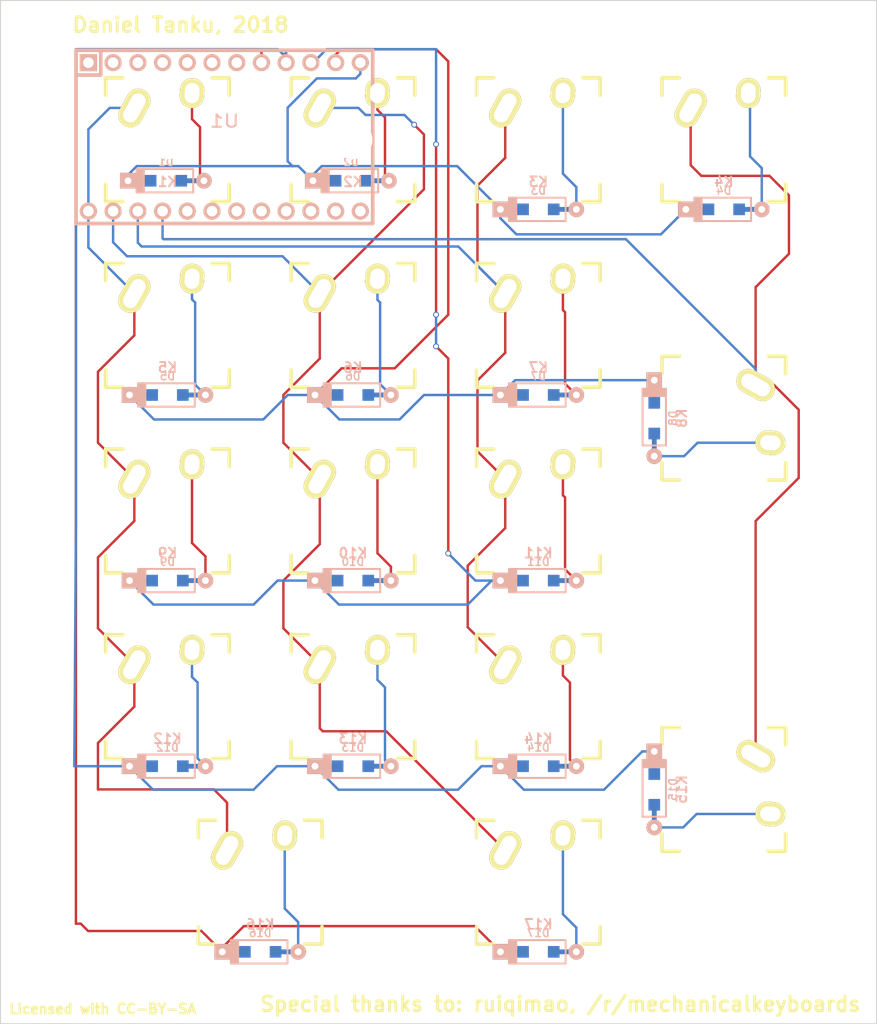
<source format=kicad_pcb>
(kicad_pcb (version 4) (host pcbnew 4.0.6)

  (general
    (links 119)
    (no_connects 0)
    (area 89.949999 49.949999 180.050001 155.050001)
    (thickness 1.6)
    (drawings 7)
    (tracks 229)
    (zones 0)
    (modules 35)
    (nets 42)
  )

  (page User 148.006 210.007)
  (layers
    (0 F.Cu signal)
    (31 B.Cu signal)
    (32 B.Adhes user)
    (33 F.Adhes user)
    (34 B.Paste user)
    (35 F.Paste user)
    (36 B.SilkS user)
    (37 F.SilkS user)
    (38 B.Mask user)
    (39 F.Mask user)
    (40 Dwgs.User user)
    (41 Cmts.User user)
    (42 Eco1.User user)
    (43 Eco2.User user)
    (44 Edge.Cuts user)
    (45 Margin user)
    (46 B.CrtYd user)
    (47 F.CrtYd user)
    (48 B.Fab user)
    (49 F.Fab user)
  )

  (setup
    (last_trace_width 0.25)
    (trace_clearance 0.2)
    (zone_clearance 0.508)
    (zone_45_only no)
    (trace_min 0.2)
    (segment_width 0.2)
    (edge_width 0.1)
    (via_size 0.6)
    (via_drill 0.4)
    (via_min_size 0.4)
    (via_min_drill 0.3)
    (uvia_size 0.3)
    (uvia_drill 0.1)
    (uvias_allowed no)
    (uvia_min_size 0.2)
    (uvia_min_drill 0.1)
    (pcb_text_width 0.3)
    (pcb_text_size 1.5 1.5)
    (mod_edge_width 0.15)
    (mod_text_size 1 1)
    (mod_text_width 0.15)
    (pad_size 1.5 1.5)
    (pad_drill 0.6)
    (pad_to_mask_clearance 0)
    (aux_axis_origin 0 0)
    (visible_elements 7FFFF7FF)
    (pcbplotparams
      (layerselection 0x00030_80000001)
      (usegerberextensions false)
      (excludeedgelayer true)
      (linewidth 0.100000)
      (plotframeref false)
      (viasonmask false)
      (mode 1)
      (useauxorigin false)
      (hpglpennumber 1)
      (hpglpenspeed 20)
      (hpglpendiameter 15)
      (hpglpenoverlay 2)
      (psnegative false)
      (psa4output false)
      (plotreference true)
      (plotvalue true)
      (plotinvisibletext false)
      (padsonsilk false)
      (subtractmaskfromsilk false)
      (outputformat 1)
      (mirror false)
      (drillshape 1)
      (scaleselection 1)
      (outputdirectory ""))
  )

  (net 0 "")
  (net 1 "Net-(D1-Pad2)")
  (net 2 "Net-(D1-Pad1)")
  (net 3 "Net-(D2-Pad2)")
  (net 4 "Net-(D3-Pad2)")
  (net 5 "Net-(D4-Pad2)")
  (net 6 "Net-(D5-Pad2)")
  (net 7 "Net-(D5-Pad1)")
  (net 8 "Net-(D6-Pad2)")
  (net 9 "Net-(D7-Pad2)")
  (net 10 "Net-(D8-Pad2)")
  (net 11 "Net-(D9-Pad2)")
  (net 12 "Net-(D10-Pad1)")
  (net 13 "Net-(D10-Pad2)")
  (net 14 "Net-(D11-Pad2)")
  (net 15 "Net-(D12-Pad2)")
  (net 16 "Net-(D12-Pad1)")
  (net 17 "Net-(D13-Pad2)")
  (net 18 "Net-(D14-Pad2)")
  (net 19 "Net-(D15-Pad2)")
  (net 20 "Net-(D16-Pad2)")
  (net 21 "Net-(D16-Pad1)")
  (net 22 "Net-(D17-Pad2)")
  (net 23 "Net-(K1-Pad1)")
  (net 24 "Net-(K10-Pad1)")
  (net 25 "Net-(K11-Pad1)")
  (net 26 "Net-(K15-Pad1)")
  (net 27 "Net-(U1-Pad1)")
  (net 28 "Net-(U1-Pad2)")
  (net 29 "Net-(U1-Pad3)")
  (net 30 "Net-(U1-Pad4)")
  (net 31 "Net-(U1-Pad5)")
  (net 32 "Net-(U1-Pad6)")
  (net 33 "Net-(U1-Pad7)")
  (net 34 "Net-(U1-Pad17)")
  (net 35 "Net-(U1-Pad18)")
  (net 36 "Net-(U1-Pad19)")
  (net 37 "Net-(U1-Pad20)")
  (net 38 "Net-(U1-Pad21)")
  (net 39 "Net-(U1-Pad22)")
  (net 40 "Net-(U1-Pad23)")
  (net 41 "Net-(U1-Pad24)")

  (net_class Default "This is the default net class."
    (clearance 0.2)
    (trace_width 0.25)
    (via_dia 0.6)
    (via_drill 0.4)
    (uvia_dia 0.3)
    (uvia_drill 0.1)
    (add_net "Net-(D1-Pad1)")
    (add_net "Net-(D1-Pad2)")
    (add_net "Net-(D10-Pad1)")
    (add_net "Net-(D10-Pad2)")
    (add_net "Net-(D11-Pad2)")
    (add_net "Net-(D12-Pad1)")
    (add_net "Net-(D12-Pad2)")
    (add_net "Net-(D13-Pad2)")
    (add_net "Net-(D14-Pad2)")
    (add_net "Net-(D15-Pad2)")
    (add_net "Net-(D16-Pad1)")
    (add_net "Net-(D16-Pad2)")
    (add_net "Net-(D17-Pad2)")
    (add_net "Net-(D2-Pad2)")
    (add_net "Net-(D3-Pad2)")
    (add_net "Net-(D4-Pad2)")
    (add_net "Net-(D5-Pad1)")
    (add_net "Net-(D5-Pad2)")
    (add_net "Net-(D6-Pad2)")
    (add_net "Net-(D7-Pad2)")
    (add_net "Net-(D8-Pad2)")
    (add_net "Net-(D9-Pad2)")
    (add_net "Net-(K1-Pad1)")
    (add_net "Net-(K10-Pad1)")
    (add_net "Net-(K11-Pad1)")
    (add_net "Net-(K15-Pad1)")
    (add_net "Net-(U1-Pad1)")
    (add_net "Net-(U1-Pad17)")
    (add_net "Net-(U1-Pad18)")
    (add_net "Net-(U1-Pad19)")
    (add_net "Net-(U1-Pad2)")
    (add_net "Net-(U1-Pad20)")
    (add_net "Net-(U1-Pad21)")
    (add_net "Net-(U1-Pad22)")
    (add_net "Net-(U1-Pad23)")
    (add_net "Net-(U1-Pad24)")
    (add_net "Net-(U1-Pad3)")
    (add_net "Net-(U1-Pad4)")
    (add_net "Net-(U1-Pad5)")
    (add_net "Net-(U1-Pad6)")
    (add_net "Net-(U1-Pad7)")
  )

  (module keebs:Mx_Alps_100 (layer F.Cu) (tedit 58057B75) (tstamp 5AAAD339)
    (at 65.20625 66.84375)
    (descr MXALPS)
    (tags MXALPS)
    (path /5AAA8E9E)
    (fp_text reference K6 (at 0 4.318) (layer B.SilkS)
      (effects (font (size 1 1) (thickness 0.2)) (justify mirror))
    )
    (fp_text value KEYSW (at 5.334 10.922) (layer B.SilkS) hide
      (effects (font (thickness 0.3048)) (justify mirror))
    )
    (fp_line (start -6.35 -6.35) (end 6.35 -6.35) (layer Cmts.User) (width 0.1524))
    (fp_line (start 6.35 -6.35) (end 6.35 6.35) (layer Cmts.User) (width 0.1524))
    (fp_line (start 6.35 6.35) (end -6.35 6.35) (layer Cmts.User) (width 0.1524))
    (fp_line (start -6.35 6.35) (end -6.35 -6.35) (layer Cmts.User) (width 0.1524))
    (fp_line (start -9.398 -9.398) (end 9.398 -9.398) (layer Dwgs.User) (width 0.1524))
    (fp_line (start 9.398 -9.398) (end 9.398 9.398) (layer Dwgs.User) (width 0.1524))
    (fp_line (start 9.398 9.398) (end -9.398 9.398) (layer Dwgs.User) (width 0.1524))
    (fp_line (start -9.398 9.398) (end -9.398 -9.398) (layer Dwgs.User) (width 0.1524))
    (fp_line (start -6.35 -6.35) (end -4.572 -6.35) (layer F.SilkS) (width 0.381))
    (fp_line (start 4.572 -6.35) (end 6.35 -6.35) (layer F.SilkS) (width 0.381))
    (fp_line (start 6.35 -6.35) (end 6.35 -4.572) (layer F.SilkS) (width 0.381))
    (fp_line (start 6.35 4.572) (end 6.35 6.35) (layer F.SilkS) (width 0.381))
    (fp_line (start 6.35 6.35) (end 4.572 6.35) (layer F.SilkS) (width 0.381))
    (fp_line (start -4.572 6.35) (end -6.35 6.35) (layer F.SilkS) (width 0.381))
    (fp_line (start -6.35 6.35) (end -6.35 4.572) (layer F.SilkS) (width 0.381))
    (fp_line (start -6.35 -4.572) (end -6.35 -6.35) (layer F.SilkS) (width 0.381))
    (fp_line (start -6.985 -6.985) (end 6.985 -6.985) (layer Eco2.User) (width 0.1524))
    (fp_line (start 6.985 -6.985) (end 6.985 6.985) (layer Eco2.User) (width 0.1524))
    (fp_line (start 6.985 6.985) (end -6.985 6.985) (layer Eco2.User) (width 0.1524))
    (fp_line (start -6.985 6.985) (end -6.985 -6.985) (layer Eco2.User) (width 0.1524))
    (fp_line (start -7.75 6.4) (end -7.75 -6.4) (layer Dwgs.User) (width 0.3))
    (fp_line (start -7.75 6.4) (end 7.75 6.4) (layer Dwgs.User) (width 0.3))
    (fp_line (start 7.75 6.4) (end 7.75 -6.4) (layer Dwgs.User) (width 0.3))
    (fp_line (start 7.75 -6.4) (end -7.75 -6.4) (layer Dwgs.User) (width 0.3))
    (fp_line (start -7.62 -7.62) (end 7.62 -7.62) (layer Dwgs.User) (width 0.3))
    (fp_line (start 7.62 -7.62) (end 7.62 7.62) (layer Dwgs.User) (width 0.3))
    (fp_line (start 7.62 7.62) (end -7.62 7.62) (layer Dwgs.User) (width 0.3))
    (fp_line (start -7.62 7.62) (end -7.62 -7.62) (layer Dwgs.User) (width 0.3))
    (pad HOLE np_thru_hole circle (at 0 0) (size 3.9878 3.9878) (drill 3.9878) (layers *.Cu))
    (pad HOLE np_thru_hole circle (at -5.08 0) (size 1.7018 1.7018) (drill 1.7018) (layers *.Cu))
    (pad HOLE np_thru_hole circle (at 5.08 0) (size 1.7018 1.7018) (drill 1.7018) (layers *.Cu))
    (pad 1 thru_hole oval (at -3.405 -3.27 330.95) (size 2.5 4.17) (drill oval 1.5 3.17) (layers *.Cu *.Mask F.SilkS)
      (net 24 "Net-(K10-Pad1)"))
    (pad 2 thru_hole oval (at 2.52 -4.79 356.1) (size 2.5 3.08) (drill oval 1.5 2.08) (layers *.Cu *.Mask F.SilkS)
      (net 8 "Net-(D6-Pad2)"))
  )

  (module keyboard_parts:D_SOD123_axial (layer B.Cu) (tedit 561B6A12) (tstamp 5AAAD263)
    (at 46 52)
    (path /5AAA9F09)
    (attr smd)
    (fp_text reference D1 (at 0 -1.925) (layer B.SilkS)
      (effects (font (size 0.8 0.8) (thickness 0.15)) (justify mirror))
    )
    (fp_text value D (at 0 1.925) (layer B.SilkS) hide
      (effects (font (size 0.8 0.8) (thickness 0.15)) (justify mirror))
    )
    (fp_line (start -2.275 1.2) (end -2.275 -1.2) (layer B.SilkS) (width 0.2))
    (fp_line (start -2.45 1.2) (end -2.45 -1.2) (layer B.SilkS) (width 0.2))
    (fp_line (start -2.625 1.2) (end -2.625 -1.2) (layer B.SilkS) (width 0.2))
    (fp_line (start -3.025 -1.2) (end -3.025 1.2) (layer B.SilkS) (width 0.2))
    (fp_line (start -2.8 1.2) (end -2.8 -1.2) (layer B.SilkS) (width 0.2))
    (fp_line (start -2.925 1.2) (end -2.925 -1.2) (layer B.SilkS) (width 0.2))
    (fp_line (start -3 1.2) (end 2.8 1.2) (layer B.SilkS) (width 0.2))
    (fp_line (start 2.8 1.2) (end 2.8 -1.2) (layer B.SilkS) (width 0.2))
    (fp_line (start 2.8 -1.2) (end -3 -1.2) (layer B.SilkS) (width 0.2))
    (pad 2 smd rect (at 1.575 0) (size 1.2 1.2) (layers B.Cu B.Paste B.Mask)
      (net 1 "Net-(D1-Pad2)"))
    (pad 1 smd rect (at -1.575 0) (size 1.2 1.2) (layers B.Cu B.Paste B.Mask)
      (net 2 "Net-(D1-Pad1)"))
    (pad 1 thru_hole rect (at -3.9 0) (size 1.6 1.6) (drill 0.7) (layers *.Cu *.Mask B.SilkS)
      (net 2 "Net-(D1-Pad1)"))
    (pad 2 thru_hole circle (at 3.9 0) (size 1.6 1.6) (drill 0.7) (layers *.Cu *.Mask B.SilkS)
      (net 1 "Net-(D1-Pad2)"))
    (pad 1 smd rect (at -2.7 0) (size 2.5 0.5) (layers B.Cu)
      (net 2 "Net-(D1-Pad1)") (solder_mask_margin -999))
    (pad 2 smd rect (at 2.7 0) (size 2.5 0.5) (layers B.Cu)
      (net 1 "Net-(D1-Pad2)") (solder_mask_margin -999))
  )

  (module keyboard_parts:D_SOD123_axial (layer B.Cu) (tedit 561B6A12) (tstamp 5AAAD26D)
    (at 65 52)
    (path /5AAAA208)
    (attr smd)
    (fp_text reference D2 (at 0 -1.925) (layer B.SilkS)
      (effects (font (size 0.8 0.8) (thickness 0.15)) (justify mirror))
    )
    (fp_text value D (at 0 1.925) (layer B.SilkS) hide
      (effects (font (size 0.8 0.8) (thickness 0.15)) (justify mirror))
    )
    (fp_line (start -2.275 1.2) (end -2.275 -1.2) (layer B.SilkS) (width 0.2))
    (fp_line (start -2.45 1.2) (end -2.45 -1.2) (layer B.SilkS) (width 0.2))
    (fp_line (start -2.625 1.2) (end -2.625 -1.2) (layer B.SilkS) (width 0.2))
    (fp_line (start -3.025 -1.2) (end -3.025 1.2) (layer B.SilkS) (width 0.2))
    (fp_line (start -2.8 1.2) (end -2.8 -1.2) (layer B.SilkS) (width 0.2))
    (fp_line (start -2.925 1.2) (end -2.925 -1.2) (layer B.SilkS) (width 0.2))
    (fp_line (start -3 1.2) (end 2.8 1.2) (layer B.SilkS) (width 0.2))
    (fp_line (start 2.8 1.2) (end 2.8 -1.2) (layer B.SilkS) (width 0.2))
    (fp_line (start 2.8 -1.2) (end -3 -1.2) (layer B.SilkS) (width 0.2))
    (pad 2 smd rect (at 1.575 0) (size 1.2 1.2) (layers B.Cu B.Paste B.Mask)
      (net 3 "Net-(D2-Pad2)"))
    (pad 1 smd rect (at -1.575 0) (size 1.2 1.2) (layers B.Cu B.Paste B.Mask)
      (net 2 "Net-(D1-Pad1)"))
    (pad 1 thru_hole rect (at -3.9 0) (size 1.6 1.6) (drill 0.7) (layers *.Cu *.Mask B.SilkS)
      (net 2 "Net-(D1-Pad1)"))
    (pad 2 thru_hole circle (at 3.9 0) (size 1.6 1.6) (drill 0.7) (layers *.Cu *.Mask B.SilkS)
      (net 3 "Net-(D2-Pad2)"))
    (pad 1 smd rect (at -2.7 0) (size 2.5 0.5) (layers B.Cu)
      (net 2 "Net-(D1-Pad1)") (solder_mask_margin -999))
    (pad 2 smd rect (at 2.7 0) (size 2.5 0.5) (layers B.Cu)
      (net 3 "Net-(D2-Pad2)") (solder_mask_margin -999))
  )

  (module keyboard_parts:D_SOD123_axial (layer B.Cu) (tedit 561B6A12) (tstamp 5AAAD277)
    (at 84.25625 54.9375)
    (path /5AAAA24F)
    (attr smd)
    (fp_text reference D3 (at 0 -1.925) (layer B.SilkS)
      (effects (font (size 0.8 0.8) (thickness 0.15)) (justify mirror))
    )
    (fp_text value D (at 0 1.925) (layer B.SilkS) hide
      (effects (font (size 0.8 0.8) (thickness 0.15)) (justify mirror))
    )
    (fp_line (start -2.275 1.2) (end -2.275 -1.2) (layer B.SilkS) (width 0.2))
    (fp_line (start -2.45 1.2) (end -2.45 -1.2) (layer B.SilkS) (width 0.2))
    (fp_line (start -2.625 1.2) (end -2.625 -1.2) (layer B.SilkS) (width 0.2))
    (fp_line (start -3.025 -1.2) (end -3.025 1.2) (layer B.SilkS) (width 0.2))
    (fp_line (start -2.8 1.2) (end -2.8 -1.2) (layer B.SilkS) (width 0.2))
    (fp_line (start -2.925 1.2) (end -2.925 -1.2) (layer B.SilkS) (width 0.2))
    (fp_line (start -3 1.2) (end 2.8 1.2) (layer B.SilkS) (width 0.2))
    (fp_line (start 2.8 1.2) (end 2.8 -1.2) (layer B.SilkS) (width 0.2))
    (fp_line (start 2.8 -1.2) (end -3 -1.2) (layer B.SilkS) (width 0.2))
    (pad 2 smd rect (at 1.575 0) (size 1.2 1.2) (layers B.Cu B.Paste B.Mask)
      (net 4 "Net-(D3-Pad2)"))
    (pad 1 smd rect (at -1.575 0) (size 1.2 1.2) (layers B.Cu B.Paste B.Mask)
      (net 2 "Net-(D1-Pad1)"))
    (pad 1 thru_hole rect (at -3.9 0) (size 1.6 1.6) (drill 0.7) (layers *.Cu *.Mask B.SilkS)
      (net 2 "Net-(D1-Pad1)"))
    (pad 2 thru_hole circle (at 3.9 0) (size 1.6 1.6) (drill 0.7) (layers *.Cu *.Mask B.SilkS)
      (net 4 "Net-(D3-Pad2)"))
    (pad 1 smd rect (at -2.7 0) (size 2.5 0.5) (layers B.Cu)
      (net 2 "Net-(D1-Pad1)") (solder_mask_margin -999))
    (pad 2 smd rect (at 2.7 0) (size 2.5 0.5) (layers B.Cu)
      (net 4 "Net-(D3-Pad2)") (solder_mask_margin -999))
  )

  (module keyboard_parts:D_SOD123_axial (layer B.Cu) (tedit 561B6A12) (tstamp 5AAAD281)
    (at 103.30625 54.9375)
    (path /5AAAA296)
    (attr smd)
    (fp_text reference D4 (at 0 -1.925) (layer B.SilkS)
      (effects (font (size 0.8 0.8) (thickness 0.15)) (justify mirror))
    )
    (fp_text value D (at 0 1.925) (layer B.SilkS) hide
      (effects (font (size 0.8 0.8) (thickness 0.15)) (justify mirror))
    )
    (fp_line (start -2.275 1.2) (end -2.275 -1.2) (layer B.SilkS) (width 0.2))
    (fp_line (start -2.45 1.2) (end -2.45 -1.2) (layer B.SilkS) (width 0.2))
    (fp_line (start -2.625 1.2) (end -2.625 -1.2) (layer B.SilkS) (width 0.2))
    (fp_line (start -3.025 -1.2) (end -3.025 1.2) (layer B.SilkS) (width 0.2))
    (fp_line (start -2.8 1.2) (end -2.8 -1.2) (layer B.SilkS) (width 0.2))
    (fp_line (start -2.925 1.2) (end -2.925 -1.2) (layer B.SilkS) (width 0.2))
    (fp_line (start -3 1.2) (end 2.8 1.2) (layer B.SilkS) (width 0.2))
    (fp_line (start 2.8 1.2) (end 2.8 -1.2) (layer B.SilkS) (width 0.2))
    (fp_line (start 2.8 -1.2) (end -3 -1.2) (layer B.SilkS) (width 0.2))
    (pad 2 smd rect (at 1.575 0) (size 1.2 1.2) (layers B.Cu B.Paste B.Mask)
      (net 5 "Net-(D4-Pad2)"))
    (pad 1 smd rect (at -1.575 0) (size 1.2 1.2) (layers B.Cu B.Paste B.Mask)
      (net 2 "Net-(D1-Pad1)"))
    (pad 1 thru_hole rect (at -3.9 0) (size 1.6 1.6) (drill 0.7) (layers *.Cu *.Mask B.SilkS)
      (net 2 "Net-(D1-Pad1)"))
    (pad 2 thru_hole circle (at 3.9 0) (size 1.6 1.6) (drill 0.7) (layers *.Cu *.Mask B.SilkS)
      (net 5 "Net-(D4-Pad2)"))
    (pad 1 smd rect (at -2.7 0) (size 2.5 0.5) (layers B.Cu)
      (net 2 "Net-(D1-Pad1)") (solder_mask_margin -999))
    (pad 2 smd rect (at 2.7 0) (size 2.5 0.5) (layers B.Cu)
      (net 5 "Net-(D4-Pad2)") (solder_mask_margin -999))
  )

  (module keyboard_parts:D_SOD123_axial (layer B.Cu) (tedit 561B6A12) (tstamp 5AAAD28B)
    (at 46.15625 73.9875)
    (path /5AAA9FE8)
    (attr smd)
    (fp_text reference D5 (at 0 -1.925) (layer B.SilkS)
      (effects (font (size 0.8 0.8) (thickness 0.15)) (justify mirror))
    )
    (fp_text value D (at 0 1.925) (layer B.SilkS) hide
      (effects (font (size 0.8 0.8) (thickness 0.15)) (justify mirror))
    )
    (fp_line (start -2.275 1.2) (end -2.275 -1.2) (layer B.SilkS) (width 0.2))
    (fp_line (start -2.45 1.2) (end -2.45 -1.2) (layer B.SilkS) (width 0.2))
    (fp_line (start -2.625 1.2) (end -2.625 -1.2) (layer B.SilkS) (width 0.2))
    (fp_line (start -3.025 -1.2) (end -3.025 1.2) (layer B.SilkS) (width 0.2))
    (fp_line (start -2.8 1.2) (end -2.8 -1.2) (layer B.SilkS) (width 0.2))
    (fp_line (start -2.925 1.2) (end -2.925 -1.2) (layer B.SilkS) (width 0.2))
    (fp_line (start -3 1.2) (end 2.8 1.2) (layer B.SilkS) (width 0.2))
    (fp_line (start 2.8 1.2) (end 2.8 -1.2) (layer B.SilkS) (width 0.2))
    (fp_line (start 2.8 -1.2) (end -3 -1.2) (layer B.SilkS) (width 0.2))
    (pad 2 smd rect (at 1.575 0) (size 1.2 1.2) (layers B.Cu B.Paste B.Mask)
      (net 6 "Net-(D5-Pad2)"))
    (pad 1 smd rect (at -1.575 0) (size 1.2 1.2) (layers B.Cu B.Paste B.Mask)
      (net 7 "Net-(D5-Pad1)"))
    (pad 1 thru_hole rect (at -3.9 0) (size 1.6 1.6) (drill 0.7) (layers *.Cu *.Mask B.SilkS)
      (net 7 "Net-(D5-Pad1)"))
    (pad 2 thru_hole circle (at 3.9 0) (size 1.6 1.6) (drill 0.7) (layers *.Cu *.Mask B.SilkS)
      (net 6 "Net-(D5-Pad2)"))
    (pad 1 smd rect (at -2.7 0) (size 2.5 0.5) (layers B.Cu)
      (net 7 "Net-(D5-Pad1)") (solder_mask_margin -999))
    (pad 2 smd rect (at 2.7 0) (size 2.5 0.5) (layers B.Cu)
      (net 6 "Net-(D5-Pad2)") (solder_mask_margin -999))
  )

  (module keyboard_parts:D_SOD123_axial (layer B.Cu) (tedit 561B6A12) (tstamp 5AAAD295)
    (at 65.20625 73.9875)
    (path /5AAAA2DF)
    (attr smd)
    (fp_text reference D6 (at 0 -1.925) (layer B.SilkS)
      (effects (font (size 0.8 0.8) (thickness 0.15)) (justify mirror))
    )
    (fp_text value D (at 0 1.925) (layer B.SilkS) hide
      (effects (font (size 0.8 0.8) (thickness 0.15)) (justify mirror))
    )
    (fp_line (start -2.275 1.2) (end -2.275 -1.2) (layer B.SilkS) (width 0.2))
    (fp_line (start -2.45 1.2) (end -2.45 -1.2) (layer B.SilkS) (width 0.2))
    (fp_line (start -2.625 1.2) (end -2.625 -1.2) (layer B.SilkS) (width 0.2))
    (fp_line (start -3.025 -1.2) (end -3.025 1.2) (layer B.SilkS) (width 0.2))
    (fp_line (start -2.8 1.2) (end -2.8 -1.2) (layer B.SilkS) (width 0.2))
    (fp_line (start -2.925 1.2) (end -2.925 -1.2) (layer B.SilkS) (width 0.2))
    (fp_line (start -3 1.2) (end 2.8 1.2) (layer B.SilkS) (width 0.2))
    (fp_line (start 2.8 1.2) (end 2.8 -1.2) (layer B.SilkS) (width 0.2))
    (fp_line (start 2.8 -1.2) (end -3 -1.2) (layer B.SilkS) (width 0.2))
    (pad 2 smd rect (at 1.575 0) (size 1.2 1.2) (layers B.Cu B.Paste B.Mask)
      (net 8 "Net-(D6-Pad2)"))
    (pad 1 smd rect (at -1.575 0) (size 1.2 1.2) (layers B.Cu B.Paste B.Mask)
      (net 7 "Net-(D5-Pad1)"))
    (pad 1 thru_hole rect (at -3.9 0) (size 1.6 1.6) (drill 0.7) (layers *.Cu *.Mask B.SilkS)
      (net 7 "Net-(D5-Pad1)"))
    (pad 2 thru_hole circle (at 3.9 0) (size 1.6 1.6) (drill 0.7) (layers *.Cu *.Mask B.SilkS)
      (net 8 "Net-(D6-Pad2)"))
    (pad 1 smd rect (at -2.7 0) (size 2.5 0.5) (layers B.Cu)
      (net 7 "Net-(D5-Pad1)") (solder_mask_margin -999))
    (pad 2 smd rect (at 2.7 0) (size 2.5 0.5) (layers B.Cu)
      (net 8 "Net-(D6-Pad2)") (solder_mask_margin -999))
  )

  (module keyboard_parts:D_SOD123_axial (layer B.Cu) (tedit 561B6A12) (tstamp 5AAAD29F)
    (at 84.25625 73.9875)
    (path /5AAAA32A)
    (attr smd)
    (fp_text reference D7 (at 0 -1.925) (layer B.SilkS)
      (effects (font (size 0.8 0.8) (thickness 0.15)) (justify mirror))
    )
    (fp_text value D (at 0 1.925) (layer B.SilkS) hide
      (effects (font (size 0.8 0.8) (thickness 0.15)) (justify mirror))
    )
    (fp_line (start -2.275 1.2) (end -2.275 -1.2) (layer B.SilkS) (width 0.2))
    (fp_line (start -2.45 1.2) (end -2.45 -1.2) (layer B.SilkS) (width 0.2))
    (fp_line (start -2.625 1.2) (end -2.625 -1.2) (layer B.SilkS) (width 0.2))
    (fp_line (start -3.025 -1.2) (end -3.025 1.2) (layer B.SilkS) (width 0.2))
    (fp_line (start -2.8 1.2) (end -2.8 -1.2) (layer B.SilkS) (width 0.2))
    (fp_line (start -2.925 1.2) (end -2.925 -1.2) (layer B.SilkS) (width 0.2))
    (fp_line (start -3 1.2) (end 2.8 1.2) (layer B.SilkS) (width 0.2))
    (fp_line (start 2.8 1.2) (end 2.8 -1.2) (layer B.SilkS) (width 0.2))
    (fp_line (start 2.8 -1.2) (end -3 -1.2) (layer B.SilkS) (width 0.2))
    (pad 2 smd rect (at 1.575 0) (size 1.2 1.2) (layers B.Cu B.Paste B.Mask)
      (net 9 "Net-(D7-Pad2)"))
    (pad 1 smd rect (at -1.575 0) (size 1.2 1.2) (layers B.Cu B.Paste B.Mask)
      (net 7 "Net-(D5-Pad1)"))
    (pad 1 thru_hole rect (at -3.9 0) (size 1.6 1.6) (drill 0.7) (layers *.Cu *.Mask B.SilkS)
      (net 7 "Net-(D5-Pad1)"))
    (pad 2 thru_hole circle (at 3.9 0) (size 1.6 1.6) (drill 0.7) (layers *.Cu *.Mask B.SilkS)
      (net 9 "Net-(D7-Pad2)"))
    (pad 1 smd rect (at -2.7 0) (size 2.5 0.5) (layers B.Cu)
      (net 7 "Net-(D5-Pad1)") (solder_mask_margin -999))
    (pad 2 smd rect (at 2.7 0) (size 2.5 0.5) (layers B.Cu)
      (net 9 "Net-(D7-Pad2)") (solder_mask_margin -999))
  )

  (module keyboard_parts:D_SOD123_axial (layer B.Cu) (tedit 561B6A12) (tstamp 5AAAD2A9)
    (at 96.1625 76.36875 270)
    (path /5AAAA377)
    (attr smd)
    (fp_text reference D8 (at 0 -1.925 270) (layer B.SilkS)
      (effects (font (size 0.8 0.8) (thickness 0.15)) (justify mirror))
    )
    (fp_text value D (at 0 1.925 270) (layer B.SilkS) hide
      (effects (font (size 0.8 0.8) (thickness 0.15)) (justify mirror))
    )
    (fp_line (start -2.275 1.2) (end -2.275 -1.2) (layer B.SilkS) (width 0.2))
    (fp_line (start -2.45 1.2) (end -2.45 -1.2) (layer B.SilkS) (width 0.2))
    (fp_line (start -2.625 1.2) (end -2.625 -1.2) (layer B.SilkS) (width 0.2))
    (fp_line (start -3.025 -1.2) (end -3.025 1.2) (layer B.SilkS) (width 0.2))
    (fp_line (start -2.8 1.2) (end -2.8 -1.2) (layer B.SilkS) (width 0.2))
    (fp_line (start -2.925 1.2) (end -2.925 -1.2) (layer B.SilkS) (width 0.2))
    (fp_line (start -3 1.2) (end 2.8 1.2) (layer B.SilkS) (width 0.2))
    (fp_line (start 2.8 1.2) (end 2.8 -1.2) (layer B.SilkS) (width 0.2))
    (fp_line (start 2.8 -1.2) (end -3 -1.2) (layer B.SilkS) (width 0.2))
    (pad 2 smd rect (at 1.575 0 270) (size 1.2 1.2) (layers B.Cu B.Paste B.Mask)
      (net 10 "Net-(D8-Pad2)"))
    (pad 1 smd rect (at -1.575 0 270) (size 1.2 1.2) (layers B.Cu B.Paste B.Mask)
      (net 7 "Net-(D5-Pad1)"))
    (pad 1 thru_hole rect (at -3.9 0 270) (size 1.6 1.6) (drill 0.7) (layers *.Cu *.Mask B.SilkS)
      (net 7 "Net-(D5-Pad1)"))
    (pad 2 thru_hole circle (at 3.9 0 270) (size 1.6 1.6) (drill 0.7) (layers *.Cu *.Mask B.SilkS)
      (net 10 "Net-(D8-Pad2)"))
    (pad 1 smd rect (at -2.7 0 270) (size 2.5 0.5) (layers B.Cu)
      (net 7 "Net-(D5-Pad1)") (solder_mask_margin -999))
    (pad 2 smd rect (at 2.7 0 270) (size 2.5 0.5) (layers B.Cu)
      (net 10 "Net-(D8-Pad2)") (solder_mask_margin -999))
  )

  (module keyboard_parts:D_SOD123_axial (layer B.Cu) (tedit 561B6A12) (tstamp 5AAAD2B3)
    (at 46.15625 93.0375)
    (path /5AAAA070)
    (attr smd)
    (fp_text reference D9 (at 0 -1.925) (layer B.SilkS)
      (effects (font (size 0.8 0.8) (thickness 0.15)) (justify mirror))
    )
    (fp_text value D (at 0 1.925) (layer B.SilkS) hide
      (effects (font (size 0.8 0.8) (thickness 0.15)) (justify mirror))
    )
    (fp_line (start -2.275 1.2) (end -2.275 -1.2) (layer B.SilkS) (width 0.2))
    (fp_line (start -2.45 1.2) (end -2.45 -1.2) (layer B.SilkS) (width 0.2))
    (fp_line (start -2.625 1.2) (end -2.625 -1.2) (layer B.SilkS) (width 0.2))
    (fp_line (start -3.025 -1.2) (end -3.025 1.2) (layer B.SilkS) (width 0.2))
    (fp_line (start -2.8 1.2) (end -2.8 -1.2) (layer B.SilkS) (width 0.2))
    (fp_line (start -2.925 1.2) (end -2.925 -1.2) (layer B.SilkS) (width 0.2))
    (fp_line (start -3 1.2) (end 2.8 1.2) (layer B.SilkS) (width 0.2))
    (fp_line (start 2.8 1.2) (end 2.8 -1.2) (layer B.SilkS) (width 0.2))
    (fp_line (start 2.8 -1.2) (end -3 -1.2) (layer B.SilkS) (width 0.2))
    (pad 2 smd rect (at 1.575 0) (size 1.2 1.2) (layers B.Cu B.Paste B.Mask)
      (net 11 "Net-(D9-Pad2)"))
    (pad 1 smd rect (at -1.575 0) (size 1.2 1.2) (layers B.Cu B.Paste B.Mask)
      (net 12 "Net-(D10-Pad1)"))
    (pad 1 thru_hole rect (at -3.9 0) (size 1.6 1.6) (drill 0.7) (layers *.Cu *.Mask B.SilkS)
      (net 12 "Net-(D10-Pad1)"))
    (pad 2 thru_hole circle (at 3.9 0) (size 1.6 1.6) (drill 0.7) (layers *.Cu *.Mask B.SilkS)
      (net 11 "Net-(D9-Pad2)"))
    (pad 1 smd rect (at -2.7 0) (size 2.5 0.5) (layers B.Cu)
      (net 12 "Net-(D10-Pad1)") (solder_mask_margin -999))
    (pad 2 smd rect (at 2.7 0) (size 2.5 0.5) (layers B.Cu)
      (net 11 "Net-(D9-Pad2)") (solder_mask_margin -999))
  )

  (module keyboard_parts:D_SOD123_axial (layer B.Cu) (tedit 561B6A12) (tstamp 5AAAD2BD)
    (at 65.20625 93.0375)
    (path /5AAAA3C8)
    (attr smd)
    (fp_text reference D10 (at 0 -1.925) (layer B.SilkS)
      (effects (font (size 0.8 0.8) (thickness 0.15)) (justify mirror))
    )
    (fp_text value D (at 0 1.925) (layer B.SilkS) hide
      (effects (font (size 0.8 0.8) (thickness 0.15)) (justify mirror))
    )
    (fp_line (start -2.275 1.2) (end -2.275 -1.2) (layer B.SilkS) (width 0.2))
    (fp_line (start -2.45 1.2) (end -2.45 -1.2) (layer B.SilkS) (width 0.2))
    (fp_line (start -2.625 1.2) (end -2.625 -1.2) (layer B.SilkS) (width 0.2))
    (fp_line (start -3.025 -1.2) (end -3.025 1.2) (layer B.SilkS) (width 0.2))
    (fp_line (start -2.8 1.2) (end -2.8 -1.2) (layer B.SilkS) (width 0.2))
    (fp_line (start -2.925 1.2) (end -2.925 -1.2) (layer B.SilkS) (width 0.2))
    (fp_line (start -3 1.2) (end 2.8 1.2) (layer B.SilkS) (width 0.2))
    (fp_line (start 2.8 1.2) (end 2.8 -1.2) (layer B.SilkS) (width 0.2))
    (fp_line (start 2.8 -1.2) (end -3 -1.2) (layer B.SilkS) (width 0.2))
    (pad 2 smd rect (at 1.575 0) (size 1.2 1.2) (layers B.Cu B.Paste B.Mask)
      (net 13 "Net-(D10-Pad2)"))
    (pad 1 smd rect (at -1.575 0) (size 1.2 1.2) (layers B.Cu B.Paste B.Mask)
      (net 12 "Net-(D10-Pad1)"))
    (pad 1 thru_hole rect (at -3.9 0) (size 1.6 1.6) (drill 0.7) (layers *.Cu *.Mask B.SilkS)
      (net 12 "Net-(D10-Pad1)"))
    (pad 2 thru_hole circle (at 3.9 0) (size 1.6 1.6) (drill 0.7) (layers *.Cu *.Mask B.SilkS)
      (net 13 "Net-(D10-Pad2)"))
    (pad 1 smd rect (at -2.7 0) (size 2.5 0.5) (layers B.Cu)
      (net 12 "Net-(D10-Pad1)") (solder_mask_margin -999))
    (pad 2 smd rect (at 2.7 0) (size 2.5 0.5) (layers B.Cu)
      (net 13 "Net-(D10-Pad2)") (solder_mask_margin -999))
  )

  (module keyboard_parts:D_SOD123_axial (layer B.Cu) (tedit 561B6A12) (tstamp 5AAAD2C7)
    (at 84.25625 93.0375)
    (path /5AAAA53D)
    (attr smd)
    (fp_text reference D11 (at 0 -1.925) (layer B.SilkS)
      (effects (font (size 0.8 0.8) (thickness 0.15)) (justify mirror))
    )
    (fp_text value D (at 0 1.925) (layer B.SilkS) hide
      (effects (font (size 0.8 0.8) (thickness 0.15)) (justify mirror))
    )
    (fp_line (start -2.275 1.2) (end -2.275 -1.2) (layer B.SilkS) (width 0.2))
    (fp_line (start -2.45 1.2) (end -2.45 -1.2) (layer B.SilkS) (width 0.2))
    (fp_line (start -2.625 1.2) (end -2.625 -1.2) (layer B.SilkS) (width 0.2))
    (fp_line (start -3.025 -1.2) (end -3.025 1.2) (layer B.SilkS) (width 0.2))
    (fp_line (start -2.8 1.2) (end -2.8 -1.2) (layer B.SilkS) (width 0.2))
    (fp_line (start -2.925 1.2) (end -2.925 -1.2) (layer B.SilkS) (width 0.2))
    (fp_line (start -3 1.2) (end 2.8 1.2) (layer B.SilkS) (width 0.2))
    (fp_line (start 2.8 1.2) (end 2.8 -1.2) (layer B.SilkS) (width 0.2))
    (fp_line (start 2.8 -1.2) (end -3 -1.2) (layer B.SilkS) (width 0.2))
    (pad 2 smd rect (at 1.575 0) (size 1.2 1.2) (layers B.Cu B.Paste B.Mask)
      (net 14 "Net-(D11-Pad2)"))
    (pad 1 smd rect (at -1.575 0) (size 1.2 1.2) (layers B.Cu B.Paste B.Mask)
      (net 12 "Net-(D10-Pad1)"))
    (pad 1 thru_hole rect (at -3.9 0) (size 1.6 1.6) (drill 0.7) (layers *.Cu *.Mask B.SilkS)
      (net 12 "Net-(D10-Pad1)"))
    (pad 2 thru_hole circle (at 3.9 0) (size 1.6 1.6) (drill 0.7) (layers *.Cu *.Mask B.SilkS)
      (net 14 "Net-(D11-Pad2)"))
    (pad 1 smd rect (at -2.7 0) (size 2.5 0.5) (layers B.Cu)
      (net 12 "Net-(D10-Pad1)") (solder_mask_margin -999))
    (pad 2 smd rect (at 2.7 0) (size 2.5 0.5) (layers B.Cu)
      (net 14 "Net-(D11-Pad2)") (solder_mask_margin -999))
  )

  (module keyboard_parts:D_SOD123_axial (layer B.Cu) (tedit 561B6A12) (tstamp 5AAAD2D1)
    (at 46.15625 112.0875)
    (path /5AAAA101)
    (attr smd)
    (fp_text reference D12 (at 0 -1.925) (layer B.SilkS)
      (effects (font (size 0.8 0.8) (thickness 0.15)) (justify mirror))
    )
    (fp_text value D (at 0 1.925) (layer B.SilkS) hide
      (effects (font (size 0.8 0.8) (thickness 0.15)) (justify mirror))
    )
    (fp_line (start -2.275 1.2) (end -2.275 -1.2) (layer B.SilkS) (width 0.2))
    (fp_line (start -2.45 1.2) (end -2.45 -1.2) (layer B.SilkS) (width 0.2))
    (fp_line (start -2.625 1.2) (end -2.625 -1.2) (layer B.SilkS) (width 0.2))
    (fp_line (start -3.025 -1.2) (end -3.025 1.2) (layer B.SilkS) (width 0.2))
    (fp_line (start -2.8 1.2) (end -2.8 -1.2) (layer B.SilkS) (width 0.2))
    (fp_line (start -2.925 1.2) (end -2.925 -1.2) (layer B.SilkS) (width 0.2))
    (fp_line (start -3 1.2) (end 2.8 1.2) (layer B.SilkS) (width 0.2))
    (fp_line (start 2.8 1.2) (end 2.8 -1.2) (layer B.SilkS) (width 0.2))
    (fp_line (start 2.8 -1.2) (end -3 -1.2) (layer B.SilkS) (width 0.2))
    (pad 2 smd rect (at 1.575 0) (size 1.2 1.2) (layers B.Cu B.Paste B.Mask)
      (net 15 "Net-(D12-Pad2)"))
    (pad 1 smd rect (at -1.575 0) (size 1.2 1.2) (layers B.Cu B.Paste B.Mask)
      (net 16 "Net-(D12-Pad1)"))
    (pad 1 thru_hole rect (at -3.9 0) (size 1.6 1.6) (drill 0.7) (layers *.Cu *.Mask B.SilkS)
      (net 16 "Net-(D12-Pad1)"))
    (pad 2 thru_hole circle (at 3.9 0) (size 1.6 1.6) (drill 0.7) (layers *.Cu *.Mask B.SilkS)
      (net 15 "Net-(D12-Pad2)"))
    (pad 1 smd rect (at -2.7 0) (size 2.5 0.5) (layers B.Cu)
      (net 16 "Net-(D12-Pad1)") (solder_mask_margin -999))
    (pad 2 smd rect (at 2.7 0) (size 2.5 0.5) (layers B.Cu)
      (net 15 "Net-(D12-Pad2)") (solder_mask_margin -999))
  )

  (module keyboard_parts:D_SOD123_axial (layer B.Cu) (tedit 561B6A12) (tstamp 5AAAD2DB)
    (at 65.20625 112.0875)
    (path /5AAAA663)
    (attr smd)
    (fp_text reference D13 (at 0 -1.925) (layer B.SilkS)
      (effects (font (size 0.8 0.8) (thickness 0.15)) (justify mirror))
    )
    (fp_text value D (at 0 1.925) (layer B.SilkS) hide
      (effects (font (size 0.8 0.8) (thickness 0.15)) (justify mirror))
    )
    (fp_line (start -2.275 1.2) (end -2.275 -1.2) (layer B.SilkS) (width 0.2))
    (fp_line (start -2.45 1.2) (end -2.45 -1.2) (layer B.SilkS) (width 0.2))
    (fp_line (start -2.625 1.2) (end -2.625 -1.2) (layer B.SilkS) (width 0.2))
    (fp_line (start -3.025 -1.2) (end -3.025 1.2) (layer B.SilkS) (width 0.2))
    (fp_line (start -2.8 1.2) (end -2.8 -1.2) (layer B.SilkS) (width 0.2))
    (fp_line (start -2.925 1.2) (end -2.925 -1.2) (layer B.SilkS) (width 0.2))
    (fp_line (start -3 1.2) (end 2.8 1.2) (layer B.SilkS) (width 0.2))
    (fp_line (start 2.8 1.2) (end 2.8 -1.2) (layer B.SilkS) (width 0.2))
    (fp_line (start 2.8 -1.2) (end -3 -1.2) (layer B.SilkS) (width 0.2))
    (pad 2 smd rect (at 1.575 0) (size 1.2 1.2) (layers B.Cu B.Paste B.Mask)
      (net 17 "Net-(D13-Pad2)"))
    (pad 1 smd rect (at -1.575 0) (size 1.2 1.2) (layers B.Cu B.Paste B.Mask)
      (net 16 "Net-(D12-Pad1)"))
    (pad 1 thru_hole rect (at -3.9 0) (size 1.6 1.6) (drill 0.7) (layers *.Cu *.Mask B.SilkS)
      (net 16 "Net-(D12-Pad1)"))
    (pad 2 thru_hole circle (at 3.9 0) (size 1.6 1.6) (drill 0.7) (layers *.Cu *.Mask B.SilkS)
      (net 17 "Net-(D13-Pad2)"))
    (pad 1 smd rect (at -2.7 0) (size 2.5 0.5) (layers B.Cu)
      (net 16 "Net-(D12-Pad1)") (solder_mask_margin -999))
    (pad 2 smd rect (at 2.7 0) (size 2.5 0.5) (layers B.Cu)
      (net 17 "Net-(D13-Pad2)") (solder_mask_margin -999))
  )

  (module keyboard_parts:D_SOD123_axial (layer B.Cu) (tedit 561B6A12) (tstamp 5AAAD2E5)
    (at 84.25625 112.0875)
    (path /5AAAA7EF)
    (attr smd)
    (fp_text reference D14 (at 0 -1.925) (layer B.SilkS)
      (effects (font (size 0.8 0.8) (thickness 0.15)) (justify mirror))
    )
    (fp_text value D (at 0 1.925) (layer B.SilkS) hide
      (effects (font (size 0.8 0.8) (thickness 0.15)) (justify mirror))
    )
    (fp_line (start -2.275 1.2) (end -2.275 -1.2) (layer B.SilkS) (width 0.2))
    (fp_line (start -2.45 1.2) (end -2.45 -1.2) (layer B.SilkS) (width 0.2))
    (fp_line (start -2.625 1.2) (end -2.625 -1.2) (layer B.SilkS) (width 0.2))
    (fp_line (start -3.025 -1.2) (end -3.025 1.2) (layer B.SilkS) (width 0.2))
    (fp_line (start -2.8 1.2) (end -2.8 -1.2) (layer B.SilkS) (width 0.2))
    (fp_line (start -2.925 1.2) (end -2.925 -1.2) (layer B.SilkS) (width 0.2))
    (fp_line (start -3 1.2) (end 2.8 1.2) (layer B.SilkS) (width 0.2))
    (fp_line (start 2.8 1.2) (end 2.8 -1.2) (layer B.SilkS) (width 0.2))
    (fp_line (start 2.8 -1.2) (end -3 -1.2) (layer B.SilkS) (width 0.2))
    (pad 2 smd rect (at 1.575 0) (size 1.2 1.2) (layers B.Cu B.Paste B.Mask)
      (net 18 "Net-(D14-Pad2)"))
    (pad 1 smd rect (at -1.575 0) (size 1.2 1.2) (layers B.Cu B.Paste B.Mask)
      (net 16 "Net-(D12-Pad1)"))
    (pad 1 thru_hole rect (at -3.9 0) (size 1.6 1.6) (drill 0.7) (layers *.Cu *.Mask B.SilkS)
      (net 16 "Net-(D12-Pad1)"))
    (pad 2 thru_hole circle (at 3.9 0) (size 1.6 1.6) (drill 0.7) (layers *.Cu *.Mask B.SilkS)
      (net 18 "Net-(D14-Pad2)"))
    (pad 1 smd rect (at -2.7 0) (size 2.5 0.5) (layers B.Cu)
      (net 16 "Net-(D12-Pad1)") (solder_mask_margin -999))
    (pad 2 smd rect (at 2.7 0) (size 2.5 0.5) (layers B.Cu)
      (net 18 "Net-(D14-Pad2)") (solder_mask_margin -999))
  )

  (module keyboard_parts:D_SOD123_axial (layer B.Cu) (tedit 561B6A12) (tstamp 5AAAD2EF)
    (at 96.1625 114.46875 270)
    (path /5AAAAA63)
    (attr smd)
    (fp_text reference D15 (at 0 -1.925 270) (layer B.SilkS)
      (effects (font (size 0.8 0.8) (thickness 0.15)) (justify mirror))
    )
    (fp_text value D (at 0 1.925 270) (layer B.SilkS) hide
      (effects (font (size 0.8 0.8) (thickness 0.15)) (justify mirror))
    )
    (fp_line (start -2.275 1.2) (end -2.275 -1.2) (layer B.SilkS) (width 0.2))
    (fp_line (start -2.45 1.2) (end -2.45 -1.2) (layer B.SilkS) (width 0.2))
    (fp_line (start -2.625 1.2) (end -2.625 -1.2) (layer B.SilkS) (width 0.2))
    (fp_line (start -3.025 -1.2) (end -3.025 1.2) (layer B.SilkS) (width 0.2))
    (fp_line (start -2.8 1.2) (end -2.8 -1.2) (layer B.SilkS) (width 0.2))
    (fp_line (start -2.925 1.2) (end -2.925 -1.2) (layer B.SilkS) (width 0.2))
    (fp_line (start -3 1.2) (end 2.8 1.2) (layer B.SilkS) (width 0.2))
    (fp_line (start 2.8 1.2) (end 2.8 -1.2) (layer B.SilkS) (width 0.2))
    (fp_line (start 2.8 -1.2) (end -3 -1.2) (layer B.SilkS) (width 0.2))
    (pad 2 smd rect (at 1.575 0 270) (size 1.2 1.2) (layers B.Cu B.Paste B.Mask)
      (net 19 "Net-(D15-Pad2)"))
    (pad 1 smd rect (at -1.575 0 270) (size 1.2 1.2) (layers B.Cu B.Paste B.Mask)
      (net 16 "Net-(D12-Pad1)"))
    (pad 1 thru_hole rect (at -3.9 0 270) (size 1.6 1.6) (drill 0.7) (layers *.Cu *.Mask B.SilkS)
      (net 16 "Net-(D12-Pad1)"))
    (pad 2 thru_hole circle (at 3.9 0 270) (size 1.6 1.6) (drill 0.7) (layers *.Cu *.Mask B.SilkS)
      (net 19 "Net-(D15-Pad2)"))
    (pad 1 smd rect (at -2.7 0 270) (size 2.5 0.5) (layers B.Cu)
      (net 16 "Net-(D12-Pad1)") (solder_mask_margin -999))
    (pad 2 smd rect (at 2.7 0 270) (size 2.5 0.5) (layers B.Cu)
      (net 19 "Net-(D15-Pad2)") (solder_mask_margin -999))
  )

  (module keyboard_parts:D_SOD123_axial (layer B.Cu) (tedit 561B6A12) (tstamp 5AAAD2F9)
    (at 55.68125 131.1375)
    (path /5AAAA197)
    (attr smd)
    (fp_text reference D16 (at 0 -1.925) (layer B.SilkS)
      (effects (font (size 0.8 0.8) (thickness 0.15)) (justify mirror))
    )
    (fp_text value D (at 0 1.925) (layer B.SilkS) hide
      (effects (font (size 0.8 0.8) (thickness 0.15)) (justify mirror))
    )
    (fp_line (start -2.275 1.2) (end -2.275 -1.2) (layer B.SilkS) (width 0.2))
    (fp_line (start -2.45 1.2) (end -2.45 -1.2) (layer B.SilkS) (width 0.2))
    (fp_line (start -2.625 1.2) (end -2.625 -1.2) (layer B.SilkS) (width 0.2))
    (fp_line (start -3.025 -1.2) (end -3.025 1.2) (layer B.SilkS) (width 0.2))
    (fp_line (start -2.8 1.2) (end -2.8 -1.2) (layer B.SilkS) (width 0.2))
    (fp_line (start -2.925 1.2) (end -2.925 -1.2) (layer B.SilkS) (width 0.2))
    (fp_line (start -3 1.2) (end 2.8 1.2) (layer B.SilkS) (width 0.2))
    (fp_line (start 2.8 1.2) (end 2.8 -1.2) (layer B.SilkS) (width 0.2))
    (fp_line (start 2.8 -1.2) (end -3 -1.2) (layer B.SilkS) (width 0.2))
    (pad 2 smd rect (at 1.575 0) (size 1.2 1.2) (layers B.Cu B.Paste B.Mask)
      (net 20 "Net-(D16-Pad2)"))
    (pad 1 smd rect (at -1.575 0) (size 1.2 1.2) (layers B.Cu B.Paste B.Mask)
      (net 21 "Net-(D16-Pad1)"))
    (pad 1 thru_hole rect (at -3.9 0) (size 1.6 1.6) (drill 0.7) (layers *.Cu *.Mask B.SilkS)
      (net 21 "Net-(D16-Pad1)"))
    (pad 2 thru_hole circle (at 3.9 0) (size 1.6 1.6) (drill 0.7) (layers *.Cu *.Mask B.SilkS)
      (net 20 "Net-(D16-Pad2)"))
    (pad 1 smd rect (at -2.7 0) (size 2.5 0.5) (layers B.Cu)
      (net 21 "Net-(D16-Pad1)") (solder_mask_margin -999))
    (pad 2 smd rect (at 2.7 0) (size 2.5 0.5) (layers B.Cu)
      (net 20 "Net-(D16-Pad2)") (solder_mask_margin -999))
  )

  (module keyboard_parts:D_SOD123_axial (layer B.Cu) (tedit 561B6A12) (tstamp 5AAAD303)
    (at 84.25625 131.1375)
    (path /5AAAA925)
    (attr smd)
    (fp_text reference D17 (at 0 -1.925) (layer B.SilkS)
      (effects (font (size 0.8 0.8) (thickness 0.15)) (justify mirror))
    )
    (fp_text value D (at 0 1.925) (layer B.SilkS) hide
      (effects (font (size 0.8 0.8) (thickness 0.15)) (justify mirror))
    )
    (fp_line (start -2.275 1.2) (end -2.275 -1.2) (layer B.SilkS) (width 0.2))
    (fp_line (start -2.45 1.2) (end -2.45 -1.2) (layer B.SilkS) (width 0.2))
    (fp_line (start -2.625 1.2) (end -2.625 -1.2) (layer B.SilkS) (width 0.2))
    (fp_line (start -3.025 -1.2) (end -3.025 1.2) (layer B.SilkS) (width 0.2))
    (fp_line (start -2.8 1.2) (end -2.8 -1.2) (layer B.SilkS) (width 0.2))
    (fp_line (start -2.925 1.2) (end -2.925 -1.2) (layer B.SilkS) (width 0.2))
    (fp_line (start -3 1.2) (end 2.8 1.2) (layer B.SilkS) (width 0.2))
    (fp_line (start 2.8 1.2) (end 2.8 -1.2) (layer B.SilkS) (width 0.2))
    (fp_line (start 2.8 -1.2) (end -3 -1.2) (layer B.SilkS) (width 0.2))
    (pad 2 smd rect (at 1.575 0) (size 1.2 1.2) (layers B.Cu B.Paste B.Mask)
      (net 22 "Net-(D17-Pad2)"))
    (pad 1 smd rect (at -1.575 0) (size 1.2 1.2) (layers B.Cu B.Paste B.Mask)
      (net 21 "Net-(D16-Pad1)"))
    (pad 1 thru_hole rect (at -3.9 0) (size 1.6 1.6) (drill 0.7) (layers *.Cu *.Mask B.SilkS)
      (net 21 "Net-(D16-Pad1)"))
    (pad 2 thru_hole circle (at 3.9 0) (size 1.6 1.6) (drill 0.7) (layers *.Cu *.Mask B.SilkS)
      (net 22 "Net-(D17-Pad2)"))
    (pad 1 smd rect (at -2.7 0) (size 2.5 0.5) (layers B.Cu)
      (net 21 "Net-(D16-Pad1)") (solder_mask_margin -999))
    (pad 2 smd rect (at 2.7 0) (size 2.5 0.5) (layers B.Cu)
      (net 22 "Net-(D17-Pad2)") (solder_mask_margin -999))
  )

  (module keebs:Mx_Alps_100 (layer F.Cu) (tedit 58057B75) (tstamp 5AAAD30C)
    (at 46.15625 47.79375)
    (descr MXALPS)
    (tags MXALPS)
    (path /5AAA8E15)
    (fp_text reference K1 (at 0 4.318) (layer B.SilkS)
      (effects (font (size 1 1) (thickness 0.2)) (justify mirror))
    )
    (fp_text value KEYSW (at 5.334 10.922) (layer B.SilkS) hide
      (effects (font (thickness 0.3048)) (justify mirror))
    )
    (fp_line (start -6.35 -6.35) (end 6.35 -6.35) (layer Cmts.User) (width 0.1524))
    (fp_line (start 6.35 -6.35) (end 6.35 6.35) (layer Cmts.User) (width 0.1524))
    (fp_line (start 6.35 6.35) (end -6.35 6.35) (layer Cmts.User) (width 0.1524))
    (fp_line (start -6.35 6.35) (end -6.35 -6.35) (layer Cmts.User) (width 0.1524))
    (fp_line (start -9.398 -9.398) (end 9.398 -9.398) (layer Dwgs.User) (width 0.1524))
    (fp_line (start 9.398 -9.398) (end 9.398 9.398) (layer Dwgs.User) (width 0.1524))
    (fp_line (start 9.398 9.398) (end -9.398 9.398) (layer Dwgs.User) (width 0.1524))
    (fp_line (start -9.398 9.398) (end -9.398 -9.398) (layer Dwgs.User) (width 0.1524))
    (fp_line (start -6.35 -6.35) (end -4.572 -6.35) (layer F.SilkS) (width 0.381))
    (fp_line (start 4.572 -6.35) (end 6.35 -6.35) (layer F.SilkS) (width 0.381))
    (fp_line (start 6.35 -6.35) (end 6.35 -4.572) (layer F.SilkS) (width 0.381))
    (fp_line (start 6.35 4.572) (end 6.35 6.35) (layer F.SilkS) (width 0.381))
    (fp_line (start 6.35 6.35) (end 4.572 6.35) (layer F.SilkS) (width 0.381))
    (fp_line (start -4.572 6.35) (end -6.35 6.35) (layer F.SilkS) (width 0.381))
    (fp_line (start -6.35 6.35) (end -6.35 4.572) (layer F.SilkS) (width 0.381))
    (fp_line (start -6.35 -4.572) (end -6.35 -6.35) (layer F.SilkS) (width 0.381))
    (fp_line (start -6.985 -6.985) (end 6.985 -6.985) (layer Eco2.User) (width 0.1524))
    (fp_line (start 6.985 -6.985) (end 6.985 6.985) (layer Eco2.User) (width 0.1524))
    (fp_line (start 6.985 6.985) (end -6.985 6.985) (layer Eco2.User) (width 0.1524))
    (fp_line (start -6.985 6.985) (end -6.985 -6.985) (layer Eco2.User) (width 0.1524))
    (fp_line (start -7.75 6.4) (end -7.75 -6.4) (layer Dwgs.User) (width 0.3))
    (fp_line (start -7.75 6.4) (end 7.75 6.4) (layer Dwgs.User) (width 0.3))
    (fp_line (start 7.75 6.4) (end 7.75 -6.4) (layer Dwgs.User) (width 0.3))
    (fp_line (start 7.75 -6.4) (end -7.75 -6.4) (layer Dwgs.User) (width 0.3))
    (fp_line (start -7.62 -7.62) (end 7.62 -7.62) (layer Dwgs.User) (width 0.3))
    (fp_line (start 7.62 -7.62) (end 7.62 7.62) (layer Dwgs.User) (width 0.3))
    (fp_line (start 7.62 7.62) (end -7.62 7.62) (layer Dwgs.User) (width 0.3))
    (fp_line (start -7.62 7.62) (end -7.62 -7.62) (layer Dwgs.User) (width 0.3))
    (pad HOLE np_thru_hole circle (at 0 0) (size 3.9878 3.9878) (drill 3.9878) (layers *.Cu))
    (pad HOLE np_thru_hole circle (at -5.08 0) (size 1.7018 1.7018) (drill 1.7018) (layers *.Cu))
    (pad HOLE np_thru_hole circle (at 5.08 0) (size 1.7018 1.7018) (drill 1.7018) (layers *.Cu))
    (pad 1 thru_hole oval (at -3.405 -3.27 330.95) (size 2.5 4.17) (drill oval 1.5 3.17) (layers *.Cu *.Mask F.SilkS)
      (net 23 "Net-(K1-Pad1)"))
    (pad 2 thru_hole oval (at 2.52 -4.79 356.1) (size 2.5 3.08) (drill oval 1.5 2.08) (layers *.Cu *.Mask F.SilkS)
      (net 1 "Net-(D1-Pad2)"))
  )

  (module keebs:Mx_Alps_100 (layer F.Cu) (tedit 58057B75) (tstamp 5AAAD315)
    (at 65.20625 47.79375)
    (descr MXALPS)
    (tags MXALPS)
    (path /5AAA8E6A)
    (fp_text reference K2 (at 0 4.318) (layer B.SilkS)
      (effects (font (size 1 1) (thickness 0.2)) (justify mirror))
    )
    (fp_text value KEYSW (at 5.334 10.922) (layer B.SilkS) hide
      (effects (font (thickness 0.3048)) (justify mirror))
    )
    (fp_line (start -6.35 -6.35) (end 6.35 -6.35) (layer Cmts.User) (width 0.1524))
    (fp_line (start 6.35 -6.35) (end 6.35 6.35) (layer Cmts.User) (width 0.1524))
    (fp_line (start 6.35 6.35) (end -6.35 6.35) (layer Cmts.User) (width 0.1524))
    (fp_line (start -6.35 6.35) (end -6.35 -6.35) (layer Cmts.User) (width 0.1524))
    (fp_line (start -9.398 -9.398) (end 9.398 -9.398) (layer Dwgs.User) (width 0.1524))
    (fp_line (start 9.398 -9.398) (end 9.398 9.398) (layer Dwgs.User) (width 0.1524))
    (fp_line (start 9.398 9.398) (end -9.398 9.398) (layer Dwgs.User) (width 0.1524))
    (fp_line (start -9.398 9.398) (end -9.398 -9.398) (layer Dwgs.User) (width 0.1524))
    (fp_line (start -6.35 -6.35) (end -4.572 -6.35) (layer F.SilkS) (width 0.381))
    (fp_line (start 4.572 -6.35) (end 6.35 -6.35) (layer F.SilkS) (width 0.381))
    (fp_line (start 6.35 -6.35) (end 6.35 -4.572) (layer F.SilkS) (width 0.381))
    (fp_line (start 6.35 4.572) (end 6.35 6.35) (layer F.SilkS) (width 0.381))
    (fp_line (start 6.35 6.35) (end 4.572 6.35) (layer F.SilkS) (width 0.381))
    (fp_line (start -4.572 6.35) (end -6.35 6.35) (layer F.SilkS) (width 0.381))
    (fp_line (start -6.35 6.35) (end -6.35 4.572) (layer F.SilkS) (width 0.381))
    (fp_line (start -6.35 -4.572) (end -6.35 -6.35) (layer F.SilkS) (width 0.381))
    (fp_line (start -6.985 -6.985) (end 6.985 -6.985) (layer Eco2.User) (width 0.1524))
    (fp_line (start 6.985 -6.985) (end 6.985 6.985) (layer Eco2.User) (width 0.1524))
    (fp_line (start 6.985 6.985) (end -6.985 6.985) (layer Eco2.User) (width 0.1524))
    (fp_line (start -6.985 6.985) (end -6.985 -6.985) (layer Eco2.User) (width 0.1524))
    (fp_line (start -7.75 6.4) (end -7.75 -6.4) (layer Dwgs.User) (width 0.3))
    (fp_line (start -7.75 6.4) (end 7.75 6.4) (layer Dwgs.User) (width 0.3))
    (fp_line (start 7.75 6.4) (end 7.75 -6.4) (layer Dwgs.User) (width 0.3))
    (fp_line (start 7.75 -6.4) (end -7.75 -6.4) (layer Dwgs.User) (width 0.3))
    (fp_line (start -7.62 -7.62) (end 7.62 -7.62) (layer Dwgs.User) (width 0.3))
    (fp_line (start 7.62 -7.62) (end 7.62 7.62) (layer Dwgs.User) (width 0.3))
    (fp_line (start 7.62 7.62) (end -7.62 7.62) (layer Dwgs.User) (width 0.3))
    (fp_line (start -7.62 7.62) (end -7.62 -7.62) (layer Dwgs.User) (width 0.3))
    (pad HOLE np_thru_hole circle (at 0 0) (size 3.9878 3.9878) (drill 3.9878) (layers *.Cu))
    (pad HOLE np_thru_hole circle (at -5.08 0) (size 1.7018 1.7018) (drill 1.7018) (layers *.Cu))
    (pad HOLE np_thru_hole circle (at 5.08 0) (size 1.7018 1.7018) (drill 1.7018) (layers *.Cu))
    (pad 1 thru_hole oval (at -3.405 -3.27 330.95) (size 2.5 4.17) (drill oval 1.5 3.17) (layers *.Cu *.Mask F.SilkS)
      (net 24 "Net-(K10-Pad1)"))
    (pad 2 thru_hole oval (at 2.52 -4.79 356.1) (size 2.5 3.08) (drill oval 1.5 2.08) (layers *.Cu *.Mask F.SilkS)
      (net 3 "Net-(D2-Pad2)"))
  )

  (module keebs:Mx_Alps_100 (layer F.Cu) (tedit 58057B75) (tstamp 5AAAD31E)
    (at 84.25625 47.79375)
    (descr MXALPS)
    (tags MXALPS)
    (path /5AAA8E83)
    (fp_text reference K3 (at 0 4.318) (layer B.SilkS)
      (effects (font (size 1 1) (thickness 0.2)) (justify mirror))
    )
    (fp_text value KEYSW (at 5.334 10.922) (layer B.SilkS) hide
      (effects (font (thickness 0.3048)) (justify mirror))
    )
    (fp_line (start -6.35 -6.35) (end 6.35 -6.35) (layer Cmts.User) (width 0.1524))
    (fp_line (start 6.35 -6.35) (end 6.35 6.35) (layer Cmts.User) (width 0.1524))
    (fp_line (start 6.35 6.35) (end -6.35 6.35) (layer Cmts.User) (width 0.1524))
    (fp_line (start -6.35 6.35) (end -6.35 -6.35) (layer Cmts.User) (width 0.1524))
    (fp_line (start -9.398 -9.398) (end 9.398 -9.398) (layer Dwgs.User) (width 0.1524))
    (fp_line (start 9.398 -9.398) (end 9.398 9.398) (layer Dwgs.User) (width 0.1524))
    (fp_line (start 9.398 9.398) (end -9.398 9.398) (layer Dwgs.User) (width 0.1524))
    (fp_line (start -9.398 9.398) (end -9.398 -9.398) (layer Dwgs.User) (width 0.1524))
    (fp_line (start -6.35 -6.35) (end -4.572 -6.35) (layer F.SilkS) (width 0.381))
    (fp_line (start 4.572 -6.35) (end 6.35 -6.35) (layer F.SilkS) (width 0.381))
    (fp_line (start 6.35 -6.35) (end 6.35 -4.572) (layer F.SilkS) (width 0.381))
    (fp_line (start 6.35 4.572) (end 6.35 6.35) (layer F.SilkS) (width 0.381))
    (fp_line (start 6.35 6.35) (end 4.572 6.35) (layer F.SilkS) (width 0.381))
    (fp_line (start -4.572 6.35) (end -6.35 6.35) (layer F.SilkS) (width 0.381))
    (fp_line (start -6.35 6.35) (end -6.35 4.572) (layer F.SilkS) (width 0.381))
    (fp_line (start -6.35 -4.572) (end -6.35 -6.35) (layer F.SilkS) (width 0.381))
    (fp_line (start -6.985 -6.985) (end 6.985 -6.985) (layer Eco2.User) (width 0.1524))
    (fp_line (start 6.985 -6.985) (end 6.985 6.985) (layer Eco2.User) (width 0.1524))
    (fp_line (start 6.985 6.985) (end -6.985 6.985) (layer Eco2.User) (width 0.1524))
    (fp_line (start -6.985 6.985) (end -6.985 -6.985) (layer Eco2.User) (width 0.1524))
    (fp_line (start -7.75 6.4) (end -7.75 -6.4) (layer Dwgs.User) (width 0.3))
    (fp_line (start -7.75 6.4) (end 7.75 6.4) (layer Dwgs.User) (width 0.3))
    (fp_line (start 7.75 6.4) (end 7.75 -6.4) (layer Dwgs.User) (width 0.3))
    (fp_line (start 7.75 -6.4) (end -7.75 -6.4) (layer Dwgs.User) (width 0.3))
    (fp_line (start -7.62 -7.62) (end 7.62 -7.62) (layer Dwgs.User) (width 0.3))
    (fp_line (start 7.62 -7.62) (end 7.62 7.62) (layer Dwgs.User) (width 0.3))
    (fp_line (start 7.62 7.62) (end -7.62 7.62) (layer Dwgs.User) (width 0.3))
    (fp_line (start -7.62 7.62) (end -7.62 -7.62) (layer Dwgs.User) (width 0.3))
    (pad HOLE np_thru_hole circle (at 0 0) (size 3.9878 3.9878) (drill 3.9878) (layers *.Cu))
    (pad HOLE np_thru_hole circle (at -5.08 0) (size 1.7018 1.7018) (drill 1.7018) (layers *.Cu))
    (pad HOLE np_thru_hole circle (at 5.08 0) (size 1.7018 1.7018) (drill 1.7018) (layers *.Cu))
    (pad 1 thru_hole oval (at -3.405 -3.27 330.95) (size 2.5 4.17) (drill oval 1.5 3.17) (layers *.Cu *.Mask F.SilkS)
      (net 25 "Net-(K11-Pad1)"))
    (pad 2 thru_hole oval (at 2.52 -4.79 356.1) (size 2.5 3.08) (drill oval 1.5 2.08) (layers *.Cu *.Mask F.SilkS)
      (net 4 "Net-(D3-Pad2)"))
  )

  (module keebs:Mx_Alps_100 (layer F.Cu) (tedit 58057B75) (tstamp 5AAAD327)
    (at 103.30625 47.79375)
    (descr MXALPS)
    (tags MXALPS)
    (path /5AAA8F56)
    (fp_text reference K4 (at 0 4.318) (layer B.SilkS)
      (effects (font (size 1 1) (thickness 0.2)) (justify mirror))
    )
    (fp_text value KEYSW (at 5.334 10.922) (layer B.SilkS) hide
      (effects (font (thickness 0.3048)) (justify mirror))
    )
    (fp_line (start -6.35 -6.35) (end 6.35 -6.35) (layer Cmts.User) (width 0.1524))
    (fp_line (start 6.35 -6.35) (end 6.35 6.35) (layer Cmts.User) (width 0.1524))
    (fp_line (start 6.35 6.35) (end -6.35 6.35) (layer Cmts.User) (width 0.1524))
    (fp_line (start -6.35 6.35) (end -6.35 -6.35) (layer Cmts.User) (width 0.1524))
    (fp_line (start -9.398 -9.398) (end 9.398 -9.398) (layer Dwgs.User) (width 0.1524))
    (fp_line (start 9.398 -9.398) (end 9.398 9.398) (layer Dwgs.User) (width 0.1524))
    (fp_line (start 9.398 9.398) (end -9.398 9.398) (layer Dwgs.User) (width 0.1524))
    (fp_line (start -9.398 9.398) (end -9.398 -9.398) (layer Dwgs.User) (width 0.1524))
    (fp_line (start -6.35 -6.35) (end -4.572 -6.35) (layer F.SilkS) (width 0.381))
    (fp_line (start 4.572 -6.35) (end 6.35 -6.35) (layer F.SilkS) (width 0.381))
    (fp_line (start 6.35 -6.35) (end 6.35 -4.572) (layer F.SilkS) (width 0.381))
    (fp_line (start 6.35 4.572) (end 6.35 6.35) (layer F.SilkS) (width 0.381))
    (fp_line (start 6.35 6.35) (end 4.572 6.35) (layer F.SilkS) (width 0.381))
    (fp_line (start -4.572 6.35) (end -6.35 6.35) (layer F.SilkS) (width 0.381))
    (fp_line (start -6.35 6.35) (end -6.35 4.572) (layer F.SilkS) (width 0.381))
    (fp_line (start -6.35 -4.572) (end -6.35 -6.35) (layer F.SilkS) (width 0.381))
    (fp_line (start -6.985 -6.985) (end 6.985 -6.985) (layer Eco2.User) (width 0.1524))
    (fp_line (start 6.985 -6.985) (end 6.985 6.985) (layer Eco2.User) (width 0.1524))
    (fp_line (start 6.985 6.985) (end -6.985 6.985) (layer Eco2.User) (width 0.1524))
    (fp_line (start -6.985 6.985) (end -6.985 -6.985) (layer Eco2.User) (width 0.1524))
    (fp_line (start -7.75 6.4) (end -7.75 -6.4) (layer Dwgs.User) (width 0.3))
    (fp_line (start -7.75 6.4) (end 7.75 6.4) (layer Dwgs.User) (width 0.3))
    (fp_line (start 7.75 6.4) (end 7.75 -6.4) (layer Dwgs.User) (width 0.3))
    (fp_line (start 7.75 -6.4) (end -7.75 -6.4) (layer Dwgs.User) (width 0.3))
    (fp_line (start -7.62 -7.62) (end 7.62 -7.62) (layer Dwgs.User) (width 0.3))
    (fp_line (start 7.62 -7.62) (end 7.62 7.62) (layer Dwgs.User) (width 0.3))
    (fp_line (start 7.62 7.62) (end -7.62 7.62) (layer Dwgs.User) (width 0.3))
    (fp_line (start -7.62 7.62) (end -7.62 -7.62) (layer Dwgs.User) (width 0.3))
    (pad HOLE np_thru_hole circle (at 0 0) (size 3.9878 3.9878) (drill 3.9878) (layers *.Cu))
    (pad HOLE np_thru_hole circle (at -5.08 0) (size 1.7018 1.7018) (drill 1.7018) (layers *.Cu))
    (pad HOLE np_thru_hole circle (at 5.08 0) (size 1.7018 1.7018) (drill 1.7018) (layers *.Cu))
    (pad 1 thru_hole oval (at -3.405 -3.27 330.95) (size 2.5 4.17) (drill oval 1.5 3.17) (layers *.Cu *.Mask F.SilkS)
      (net 26 "Net-(K15-Pad1)"))
    (pad 2 thru_hole oval (at 2.52 -4.79 356.1) (size 2.5 3.08) (drill oval 1.5 2.08) (layers *.Cu *.Mask F.SilkS)
      (net 5 "Net-(D4-Pad2)"))
  )

  (module keebs:Mx_Alps_100 (layer F.Cu) (tedit 58057B75) (tstamp 5AAAD330)
    (at 46.15625 66.84375)
    (descr MXALPS)
    (tags MXALPS)
    (path /5AAA8EC9)
    (fp_text reference K5 (at 0 4.318) (layer B.SilkS)
      (effects (font (size 1 1) (thickness 0.2)) (justify mirror))
    )
    (fp_text value KEYSW (at 5.334 10.922) (layer B.SilkS) hide
      (effects (font (thickness 0.3048)) (justify mirror))
    )
    (fp_line (start -6.35 -6.35) (end 6.35 -6.35) (layer Cmts.User) (width 0.1524))
    (fp_line (start 6.35 -6.35) (end 6.35 6.35) (layer Cmts.User) (width 0.1524))
    (fp_line (start 6.35 6.35) (end -6.35 6.35) (layer Cmts.User) (width 0.1524))
    (fp_line (start -6.35 6.35) (end -6.35 -6.35) (layer Cmts.User) (width 0.1524))
    (fp_line (start -9.398 -9.398) (end 9.398 -9.398) (layer Dwgs.User) (width 0.1524))
    (fp_line (start 9.398 -9.398) (end 9.398 9.398) (layer Dwgs.User) (width 0.1524))
    (fp_line (start 9.398 9.398) (end -9.398 9.398) (layer Dwgs.User) (width 0.1524))
    (fp_line (start -9.398 9.398) (end -9.398 -9.398) (layer Dwgs.User) (width 0.1524))
    (fp_line (start -6.35 -6.35) (end -4.572 -6.35) (layer F.SilkS) (width 0.381))
    (fp_line (start 4.572 -6.35) (end 6.35 -6.35) (layer F.SilkS) (width 0.381))
    (fp_line (start 6.35 -6.35) (end 6.35 -4.572) (layer F.SilkS) (width 0.381))
    (fp_line (start 6.35 4.572) (end 6.35 6.35) (layer F.SilkS) (width 0.381))
    (fp_line (start 6.35 6.35) (end 4.572 6.35) (layer F.SilkS) (width 0.381))
    (fp_line (start -4.572 6.35) (end -6.35 6.35) (layer F.SilkS) (width 0.381))
    (fp_line (start -6.35 6.35) (end -6.35 4.572) (layer F.SilkS) (width 0.381))
    (fp_line (start -6.35 -4.572) (end -6.35 -6.35) (layer F.SilkS) (width 0.381))
    (fp_line (start -6.985 -6.985) (end 6.985 -6.985) (layer Eco2.User) (width 0.1524))
    (fp_line (start 6.985 -6.985) (end 6.985 6.985) (layer Eco2.User) (width 0.1524))
    (fp_line (start 6.985 6.985) (end -6.985 6.985) (layer Eco2.User) (width 0.1524))
    (fp_line (start -6.985 6.985) (end -6.985 -6.985) (layer Eco2.User) (width 0.1524))
    (fp_line (start -7.75 6.4) (end -7.75 -6.4) (layer Dwgs.User) (width 0.3))
    (fp_line (start -7.75 6.4) (end 7.75 6.4) (layer Dwgs.User) (width 0.3))
    (fp_line (start 7.75 6.4) (end 7.75 -6.4) (layer Dwgs.User) (width 0.3))
    (fp_line (start 7.75 -6.4) (end -7.75 -6.4) (layer Dwgs.User) (width 0.3))
    (fp_line (start -7.62 -7.62) (end 7.62 -7.62) (layer Dwgs.User) (width 0.3))
    (fp_line (start 7.62 -7.62) (end 7.62 7.62) (layer Dwgs.User) (width 0.3))
    (fp_line (start 7.62 7.62) (end -7.62 7.62) (layer Dwgs.User) (width 0.3))
    (fp_line (start -7.62 7.62) (end -7.62 -7.62) (layer Dwgs.User) (width 0.3))
    (pad HOLE np_thru_hole circle (at 0 0) (size 3.9878 3.9878) (drill 3.9878) (layers *.Cu))
    (pad HOLE np_thru_hole circle (at -5.08 0) (size 1.7018 1.7018) (drill 1.7018) (layers *.Cu))
    (pad HOLE np_thru_hole circle (at 5.08 0) (size 1.7018 1.7018) (drill 1.7018) (layers *.Cu))
    (pad 1 thru_hole oval (at -3.405 -3.27 330.95) (size 2.5 4.17) (drill oval 1.5 3.17) (layers *.Cu *.Mask F.SilkS)
      (net 23 "Net-(K1-Pad1)"))
    (pad 2 thru_hole oval (at 2.52 -4.79 356.1) (size 2.5 3.08) (drill oval 1.5 2.08) (layers *.Cu *.Mask F.SilkS)
      (net 6 "Net-(D5-Pad2)"))
  )

  (module keebs:Mx_Alps_100 (layer F.Cu) (tedit 58057B75) (tstamp 5AAAD342)
    (at 84.25625 66.84375)
    (descr MXALPS)
    (tags MXALPS)
    (path /5AAA8EE8)
    (fp_text reference K7 (at 0 4.318) (layer B.SilkS)
      (effects (font (size 1 1) (thickness 0.2)) (justify mirror))
    )
    (fp_text value KEYSW (at 5.334 10.922) (layer B.SilkS) hide
      (effects (font (thickness 0.3048)) (justify mirror))
    )
    (fp_line (start -6.35 -6.35) (end 6.35 -6.35) (layer Cmts.User) (width 0.1524))
    (fp_line (start 6.35 -6.35) (end 6.35 6.35) (layer Cmts.User) (width 0.1524))
    (fp_line (start 6.35 6.35) (end -6.35 6.35) (layer Cmts.User) (width 0.1524))
    (fp_line (start -6.35 6.35) (end -6.35 -6.35) (layer Cmts.User) (width 0.1524))
    (fp_line (start -9.398 -9.398) (end 9.398 -9.398) (layer Dwgs.User) (width 0.1524))
    (fp_line (start 9.398 -9.398) (end 9.398 9.398) (layer Dwgs.User) (width 0.1524))
    (fp_line (start 9.398 9.398) (end -9.398 9.398) (layer Dwgs.User) (width 0.1524))
    (fp_line (start -9.398 9.398) (end -9.398 -9.398) (layer Dwgs.User) (width 0.1524))
    (fp_line (start -6.35 -6.35) (end -4.572 -6.35) (layer F.SilkS) (width 0.381))
    (fp_line (start 4.572 -6.35) (end 6.35 -6.35) (layer F.SilkS) (width 0.381))
    (fp_line (start 6.35 -6.35) (end 6.35 -4.572) (layer F.SilkS) (width 0.381))
    (fp_line (start 6.35 4.572) (end 6.35 6.35) (layer F.SilkS) (width 0.381))
    (fp_line (start 6.35 6.35) (end 4.572 6.35) (layer F.SilkS) (width 0.381))
    (fp_line (start -4.572 6.35) (end -6.35 6.35) (layer F.SilkS) (width 0.381))
    (fp_line (start -6.35 6.35) (end -6.35 4.572) (layer F.SilkS) (width 0.381))
    (fp_line (start -6.35 -4.572) (end -6.35 -6.35) (layer F.SilkS) (width 0.381))
    (fp_line (start -6.985 -6.985) (end 6.985 -6.985) (layer Eco2.User) (width 0.1524))
    (fp_line (start 6.985 -6.985) (end 6.985 6.985) (layer Eco2.User) (width 0.1524))
    (fp_line (start 6.985 6.985) (end -6.985 6.985) (layer Eco2.User) (width 0.1524))
    (fp_line (start -6.985 6.985) (end -6.985 -6.985) (layer Eco2.User) (width 0.1524))
    (fp_line (start -7.75 6.4) (end -7.75 -6.4) (layer Dwgs.User) (width 0.3))
    (fp_line (start -7.75 6.4) (end 7.75 6.4) (layer Dwgs.User) (width 0.3))
    (fp_line (start 7.75 6.4) (end 7.75 -6.4) (layer Dwgs.User) (width 0.3))
    (fp_line (start 7.75 -6.4) (end -7.75 -6.4) (layer Dwgs.User) (width 0.3))
    (fp_line (start -7.62 -7.62) (end 7.62 -7.62) (layer Dwgs.User) (width 0.3))
    (fp_line (start 7.62 -7.62) (end 7.62 7.62) (layer Dwgs.User) (width 0.3))
    (fp_line (start 7.62 7.62) (end -7.62 7.62) (layer Dwgs.User) (width 0.3))
    (fp_line (start -7.62 7.62) (end -7.62 -7.62) (layer Dwgs.User) (width 0.3))
    (pad HOLE np_thru_hole circle (at 0 0) (size 3.9878 3.9878) (drill 3.9878) (layers *.Cu))
    (pad HOLE np_thru_hole circle (at -5.08 0) (size 1.7018 1.7018) (drill 1.7018) (layers *.Cu))
    (pad HOLE np_thru_hole circle (at 5.08 0) (size 1.7018 1.7018) (drill 1.7018) (layers *.Cu))
    (pad 1 thru_hole oval (at -3.405 -3.27 330.95) (size 2.5 4.17) (drill oval 1.5 3.17) (layers *.Cu *.Mask F.SilkS)
      (net 25 "Net-(K11-Pad1)"))
    (pad 2 thru_hole oval (at 2.52 -4.79 356.1) (size 2.5 3.08) (drill oval 1.5 2.08) (layers *.Cu *.Mask F.SilkS)
      (net 9 "Net-(D7-Pad2)"))
  )

  (module keebs:Mx_Alps_200 (layer F.Cu) (tedit 58057C36) (tstamp 5AAAD34F)
    (at 103.30625 76.36875 270)
    (descr MXALPS)
    (tags MXALPS)
    (path /5AAA8F0F)
    (fp_text reference K8 (at 0 4.318 270) (layer B.SilkS)
      (effects (font (size 1 1) (thickness 0.2)) (justify mirror))
    )
    (fp_text value KEYSW (at 14.732 10.668 270) (layer B.SilkS) hide
      (effects (font (thickness 0.3048)) (justify mirror))
    )
    (fp_line (start -6.35 -6.35) (end 6.35 -6.35) (layer Cmts.User) (width 0.1524))
    (fp_line (start 6.35 -6.35) (end 6.35 6.35) (layer Cmts.User) (width 0.1524))
    (fp_line (start 6.35 6.35) (end -6.35 6.35) (layer Cmts.User) (width 0.1524))
    (fp_line (start -6.35 6.35) (end -6.35 -6.35) (layer Cmts.User) (width 0.1524))
    (fp_line (start -18.923 -9.398) (end 18.923 -9.398) (layer Dwgs.User) (width 0.1524))
    (fp_line (start 18.923 -9.398) (end 18.923 9.398) (layer Dwgs.User) (width 0.1524))
    (fp_line (start 18.923 9.398) (end -18.923 9.398) (layer Dwgs.User) (width 0.1524))
    (fp_line (start -18.923 9.398) (end -18.923 -9.398) (layer Dwgs.User) (width 0.1524))
    (fp_line (start -6.35 -6.35) (end -4.572 -6.35) (layer F.SilkS) (width 0.381))
    (fp_line (start 4.572 -6.35) (end 6.35 -6.35) (layer F.SilkS) (width 0.381))
    (fp_line (start 6.35 -6.35) (end 6.35 -4.572) (layer F.SilkS) (width 0.381))
    (fp_line (start 6.35 4.572) (end 6.35 6.35) (layer F.SilkS) (width 0.381))
    (fp_line (start 6.35 6.35) (end 4.572 6.35) (layer F.SilkS) (width 0.381))
    (fp_line (start -4.572 6.35) (end -6.35 6.35) (layer F.SilkS) (width 0.381))
    (fp_line (start -6.35 6.35) (end -6.35 4.572) (layer F.SilkS) (width 0.381))
    (fp_line (start -6.35 -4.572) (end -6.35 -6.35) (layer F.SilkS) (width 0.381))
    (fp_line (start -6.985 -6.985) (end 6.985 -6.985) (layer Eco2.User) (width 0.1524))
    (fp_line (start 6.985 -6.985) (end 6.985 -4.8768) (layer Eco2.User) (width 0.1524))
    (fp_line (start 6.985 -4.8768) (end 8.6106 -4.8768) (layer Eco2.User) (width 0.1524))
    (fp_line (start 8.6106 -4.8768) (end 8.6106 -5.6896) (layer Eco2.User) (width 0.1524))
    (fp_line (start 8.6106 -5.6896) (end 15.2654 -5.6896) (layer Eco2.User) (width 0.1524))
    (fp_line (start 15.2654 -5.6896) (end 15.2654 -2.286) (layer Eco2.User) (width 0.1524))
    (fp_line (start 15.2654 -2.286) (end 16.129 -2.286) (layer Eco2.User) (width 0.1524))
    (fp_line (start 16.129 -2.286) (end 16.129 0.508) (layer Eco2.User) (width 0.1524))
    (fp_line (start 16.129 0.508) (end 15.2654 0.508) (layer Eco2.User) (width 0.1524))
    (fp_line (start 15.2654 0.508) (end 15.2654 6.604) (layer Eco2.User) (width 0.1524))
    (fp_line (start 15.2654 6.604) (end 14.224 6.604) (layer Eco2.User) (width 0.1524))
    (fp_line (start 14.224 6.604) (end 14.224 7.7724) (layer Eco2.User) (width 0.1524))
    (fp_line (start 14.224 7.7724) (end 9.652 7.7724) (layer Eco2.User) (width 0.1524))
    (fp_line (start 9.652 7.7724) (end 9.652 6.604) (layer Eco2.User) (width 0.1524))
    (fp_line (start 9.652 6.604) (end 8.6106 6.604) (layer Eco2.User) (width 0.1524))
    (fp_line (start 8.6106 6.604) (end 8.6106 5.8166) (layer Eco2.User) (width 0.1524))
    (fp_line (start 8.6106 5.8166) (end 6.985 5.8166) (layer Eco2.User) (width 0.1524))
    (fp_line (start 6.985 5.8166) (end 6.985 6.985) (layer Eco2.User) (width 0.1524))
    (fp_line (start 6.985 6.985) (end -6.985 6.985) (layer Eco2.User) (width 0.1524))
    (fp_line (start -6.985 6.985) (end -6.985 5.8166) (layer Eco2.User) (width 0.1524))
    (fp_line (start -6.985 5.8166) (end -8.6106 5.8166) (layer Eco2.User) (width 0.1524))
    (fp_line (start -8.6106 5.8166) (end -8.6106 6.604) (layer Eco2.User) (width 0.1524))
    (fp_line (start -8.6106 6.604) (end -9.652 6.604) (layer Eco2.User) (width 0.1524))
    (fp_line (start -9.652 6.604) (end -9.652 7.7724) (layer Eco2.User) (width 0.1524))
    (fp_line (start -9.652 7.7724) (end -14.224 7.7724) (layer Eco2.User) (width 0.1524))
    (fp_line (start -14.224 7.7724) (end -14.224 6.604) (layer Eco2.User) (width 0.1524))
    (fp_line (start -14.224 6.604) (end -15.2654 6.604) (layer Eco2.User) (width 0.1524))
    (fp_line (start -15.2654 6.604) (end -15.2654 0.508) (layer Eco2.User) (width 0.1524))
    (fp_line (start -15.2654 0.508) (end -16.129 0.508) (layer Eco2.User) (width 0.1524))
    (fp_line (start -16.129 0.508) (end -16.129 -2.286) (layer Eco2.User) (width 0.1524))
    (fp_line (start -16.129 -2.286) (end -15.2654 -2.286) (layer Eco2.User) (width 0.1524))
    (fp_line (start -15.2654 -2.286) (end -15.2654 -5.6896) (layer Eco2.User) (width 0.1524))
    (fp_line (start -15.2654 -5.6896) (end -8.6106 -5.6896) (layer Eco2.User) (width 0.1524))
    (fp_line (start -8.6106 -5.6896) (end -8.6106 -4.8768) (layer Eco2.User) (width 0.1524))
    (fp_line (start -8.6106 -4.8768) (end -6.985 -4.8768) (layer Eco2.User) (width 0.1524))
    (fp_line (start -6.985 -4.8768) (end -6.985 -6.985) (layer Eco2.User) (width 0.1524))
    (fp_line (start 15.367 -7.62) (end 8.509 -7.62) (layer Cmts.User) (width 0.1524))
    (fp_line (start 8.509 -7.62) (end 8.509 7.62) (layer Cmts.User) (width 0.1524))
    (fp_line (start 8.509 7.62) (end -8.509 7.62) (layer Cmts.User) (width 0.1524))
    (fp_line (start -8.509 7.62) (end -8.509 -7.62) (layer Cmts.User) (width 0.1524))
    (fp_line (start -8.509 -7.62) (end -15.367 -7.62) (layer Cmts.User) (width 0.1524))
    (fp_line (start -15.367 -7.62) (end -15.367 10.16) (layer Cmts.User) (width 0.1524))
    (fp_line (start -15.367 10.16) (end 15.367 10.16) (layer Cmts.User) (width 0.1524))
    (fp_line (start 15.367 10.16) (end 15.367 -7.62) (layer Cmts.User) (width 0.1524))
    (fp_line (start -7.75 6.4) (end -7.75 -6.4) (layer Dwgs.User) (width 0.3))
    (fp_line (start -7.75 6.4) (end 7.75 6.4) (layer Dwgs.User) (width 0.3))
    (fp_line (start 7.75 6.4) (end 7.75 -6.4) (layer Dwgs.User) (width 0.3))
    (fp_line (start 7.75 -6.4) (end -7.75 -6.4) (layer Dwgs.User) (width 0.3))
    (fp_line (start -7.62 -7.62) (end 7.62 -7.62) (layer Dwgs.User) (width 0.3))
    (fp_line (start 7.62 -7.62) (end 7.62 7.62) (layer Dwgs.User) (width 0.3))
    (fp_line (start 7.62 7.62) (end -7.62 7.62) (layer Dwgs.User) (width 0.3))
    (fp_line (start -7.62 7.62) (end -7.62 -7.62) (layer Dwgs.User) (width 0.3))
    (pad HOLE np_thru_hole circle (at 0 0 270) (size 3.9878 3.9878) (drill 3.9878) (layers *.Cu))
    (pad HOLE np_thru_hole circle (at -5.08 0 270) (size 1.7018 1.7018) (drill 1.7018) (layers *.Cu))
    (pad HOLE np_thru_hole circle (at 5.08 0 270) (size 1.7018 1.7018) (drill 1.7018) (layers *.Cu))
    (pad HOLE np_thru_hole circle (at -11.938 -6.985 270) (size 3.048 3.048) (drill 3.048) (layers *.Cu))
    (pad HOLE np_thru_hole circle (at 11.938 -6.985 270) (size 3.048 3.048) (drill 3.048) (layers *.Cu))
    (pad HOLE np_thru_hole circle (at -11.938 8.255 270) (size 3.9878 3.9878) (drill 3.9878) (layers *.Cu))
    (pad HOLE np_thru_hole circle (at 11.938 8.255 270) (size 3.9878 3.9878) (drill 3.9878) (layers *.Cu))
    (pad 1 thru_hole oval (at -3.405 -3.27 240.95) (size 2.5 4.17) (drill oval 1.5 3.17) (layers *.Cu *.Mask F.SilkS)
      (net 26 "Net-(K15-Pad1)"))
    (pad 2 thru_hole oval (at 2.52 -4.79 266.1) (size 2.5 3.08) (drill oval 1.5 2.08) (layers *.Cu *.Mask F.SilkS)
      (net 10 "Net-(D8-Pad2)"))
  )

  (module keebs:Mx_Alps_100 (layer F.Cu) (tedit 58057B75) (tstamp 5AAAD358)
    (at 46.15625 85.89375)
    (descr MXALPS)
    (tags MXALPS)
    (path /5AAA8F95)
    (fp_text reference K9 (at 0 4.318) (layer B.SilkS)
      (effects (font (size 1 1) (thickness 0.2)) (justify mirror))
    )
    (fp_text value KEYSW (at 5.334 10.922) (layer B.SilkS) hide
      (effects (font (thickness 0.3048)) (justify mirror))
    )
    (fp_line (start -6.35 -6.35) (end 6.35 -6.35) (layer Cmts.User) (width 0.1524))
    (fp_line (start 6.35 -6.35) (end 6.35 6.35) (layer Cmts.User) (width 0.1524))
    (fp_line (start 6.35 6.35) (end -6.35 6.35) (layer Cmts.User) (width 0.1524))
    (fp_line (start -6.35 6.35) (end -6.35 -6.35) (layer Cmts.User) (width 0.1524))
    (fp_line (start -9.398 -9.398) (end 9.398 -9.398) (layer Dwgs.User) (width 0.1524))
    (fp_line (start 9.398 -9.398) (end 9.398 9.398) (layer Dwgs.User) (width 0.1524))
    (fp_line (start 9.398 9.398) (end -9.398 9.398) (layer Dwgs.User) (width 0.1524))
    (fp_line (start -9.398 9.398) (end -9.398 -9.398) (layer Dwgs.User) (width 0.1524))
    (fp_line (start -6.35 -6.35) (end -4.572 -6.35) (layer F.SilkS) (width 0.381))
    (fp_line (start 4.572 -6.35) (end 6.35 -6.35) (layer F.SilkS) (width 0.381))
    (fp_line (start 6.35 -6.35) (end 6.35 -4.572) (layer F.SilkS) (width 0.381))
    (fp_line (start 6.35 4.572) (end 6.35 6.35) (layer F.SilkS) (width 0.381))
    (fp_line (start 6.35 6.35) (end 4.572 6.35) (layer F.SilkS) (width 0.381))
    (fp_line (start -4.572 6.35) (end -6.35 6.35) (layer F.SilkS) (width 0.381))
    (fp_line (start -6.35 6.35) (end -6.35 4.572) (layer F.SilkS) (width 0.381))
    (fp_line (start -6.35 -4.572) (end -6.35 -6.35) (layer F.SilkS) (width 0.381))
    (fp_line (start -6.985 -6.985) (end 6.985 -6.985) (layer Eco2.User) (width 0.1524))
    (fp_line (start 6.985 -6.985) (end 6.985 6.985) (layer Eco2.User) (width 0.1524))
    (fp_line (start 6.985 6.985) (end -6.985 6.985) (layer Eco2.User) (width 0.1524))
    (fp_line (start -6.985 6.985) (end -6.985 -6.985) (layer Eco2.User) (width 0.1524))
    (fp_line (start -7.75 6.4) (end -7.75 -6.4) (layer Dwgs.User) (width 0.3))
    (fp_line (start -7.75 6.4) (end 7.75 6.4) (layer Dwgs.User) (width 0.3))
    (fp_line (start 7.75 6.4) (end 7.75 -6.4) (layer Dwgs.User) (width 0.3))
    (fp_line (start 7.75 -6.4) (end -7.75 -6.4) (layer Dwgs.User) (width 0.3))
    (fp_line (start -7.62 -7.62) (end 7.62 -7.62) (layer Dwgs.User) (width 0.3))
    (fp_line (start 7.62 -7.62) (end 7.62 7.62) (layer Dwgs.User) (width 0.3))
    (fp_line (start 7.62 7.62) (end -7.62 7.62) (layer Dwgs.User) (width 0.3))
    (fp_line (start -7.62 7.62) (end -7.62 -7.62) (layer Dwgs.User) (width 0.3))
    (pad HOLE np_thru_hole circle (at 0 0) (size 3.9878 3.9878) (drill 3.9878) (layers *.Cu))
    (pad HOLE np_thru_hole circle (at -5.08 0) (size 1.7018 1.7018) (drill 1.7018) (layers *.Cu))
    (pad HOLE np_thru_hole circle (at 5.08 0) (size 1.7018 1.7018) (drill 1.7018) (layers *.Cu))
    (pad 1 thru_hole oval (at -3.405 -3.27 330.95) (size 2.5 4.17) (drill oval 1.5 3.17) (layers *.Cu *.Mask F.SilkS)
      (net 23 "Net-(K1-Pad1)"))
    (pad 2 thru_hole oval (at 2.52 -4.79 356.1) (size 2.5 3.08) (drill oval 1.5 2.08) (layers *.Cu *.Mask F.SilkS)
      (net 11 "Net-(D9-Pad2)"))
  )

  (module keebs:Mx_Alps_100 (layer F.Cu) (tedit 58057B75) (tstamp 5AAAD361)
    (at 65.20625 85.89375)
    (descr MXALPS)
    (tags MXALPS)
    (path /5AAA8FBC)
    (fp_text reference K10 (at 0 4.318) (layer B.SilkS)
      (effects (font (size 1 1) (thickness 0.2)) (justify mirror))
    )
    (fp_text value KEYSW (at 5.334 10.922) (layer B.SilkS) hide
      (effects (font (thickness 0.3048)) (justify mirror))
    )
    (fp_line (start -6.35 -6.35) (end 6.35 -6.35) (layer Cmts.User) (width 0.1524))
    (fp_line (start 6.35 -6.35) (end 6.35 6.35) (layer Cmts.User) (width 0.1524))
    (fp_line (start 6.35 6.35) (end -6.35 6.35) (layer Cmts.User) (width 0.1524))
    (fp_line (start -6.35 6.35) (end -6.35 -6.35) (layer Cmts.User) (width 0.1524))
    (fp_line (start -9.398 -9.398) (end 9.398 -9.398) (layer Dwgs.User) (width 0.1524))
    (fp_line (start 9.398 -9.398) (end 9.398 9.398) (layer Dwgs.User) (width 0.1524))
    (fp_line (start 9.398 9.398) (end -9.398 9.398) (layer Dwgs.User) (width 0.1524))
    (fp_line (start -9.398 9.398) (end -9.398 -9.398) (layer Dwgs.User) (width 0.1524))
    (fp_line (start -6.35 -6.35) (end -4.572 -6.35) (layer F.SilkS) (width 0.381))
    (fp_line (start 4.572 -6.35) (end 6.35 -6.35) (layer F.SilkS) (width 0.381))
    (fp_line (start 6.35 -6.35) (end 6.35 -4.572) (layer F.SilkS) (width 0.381))
    (fp_line (start 6.35 4.572) (end 6.35 6.35) (layer F.SilkS) (width 0.381))
    (fp_line (start 6.35 6.35) (end 4.572 6.35) (layer F.SilkS) (width 0.381))
    (fp_line (start -4.572 6.35) (end -6.35 6.35) (layer F.SilkS) (width 0.381))
    (fp_line (start -6.35 6.35) (end -6.35 4.572) (layer F.SilkS) (width 0.381))
    (fp_line (start -6.35 -4.572) (end -6.35 -6.35) (layer F.SilkS) (width 0.381))
    (fp_line (start -6.985 -6.985) (end 6.985 -6.985) (layer Eco2.User) (width 0.1524))
    (fp_line (start 6.985 -6.985) (end 6.985 6.985) (layer Eco2.User) (width 0.1524))
    (fp_line (start 6.985 6.985) (end -6.985 6.985) (layer Eco2.User) (width 0.1524))
    (fp_line (start -6.985 6.985) (end -6.985 -6.985) (layer Eco2.User) (width 0.1524))
    (fp_line (start -7.75 6.4) (end -7.75 -6.4) (layer Dwgs.User) (width 0.3))
    (fp_line (start -7.75 6.4) (end 7.75 6.4) (layer Dwgs.User) (width 0.3))
    (fp_line (start 7.75 6.4) (end 7.75 -6.4) (layer Dwgs.User) (width 0.3))
    (fp_line (start 7.75 -6.4) (end -7.75 -6.4) (layer Dwgs.User) (width 0.3))
    (fp_line (start -7.62 -7.62) (end 7.62 -7.62) (layer Dwgs.User) (width 0.3))
    (fp_line (start 7.62 -7.62) (end 7.62 7.62) (layer Dwgs.User) (width 0.3))
    (fp_line (start 7.62 7.62) (end -7.62 7.62) (layer Dwgs.User) (width 0.3))
    (fp_line (start -7.62 7.62) (end -7.62 -7.62) (layer Dwgs.User) (width 0.3))
    (pad HOLE np_thru_hole circle (at 0 0) (size 3.9878 3.9878) (drill 3.9878) (layers *.Cu))
    (pad HOLE np_thru_hole circle (at -5.08 0) (size 1.7018 1.7018) (drill 1.7018) (layers *.Cu))
    (pad HOLE np_thru_hole circle (at 5.08 0) (size 1.7018 1.7018) (drill 1.7018) (layers *.Cu))
    (pad 1 thru_hole oval (at -3.405 -3.27 330.95) (size 2.5 4.17) (drill oval 1.5 3.17) (layers *.Cu *.Mask F.SilkS)
      (net 24 "Net-(K10-Pad1)"))
    (pad 2 thru_hole oval (at 2.52 -4.79 356.1) (size 2.5 3.08) (drill oval 1.5 2.08) (layers *.Cu *.Mask F.SilkS)
      (net 13 "Net-(D10-Pad2)"))
  )

  (module keebs:Mx_Alps_100 (layer F.Cu) (tedit 58057B75) (tstamp 5AAAD36A)
    (at 84.25625 85.89375)
    (descr MXALPS)
    (tags MXALPS)
    (path /5AAA8FE5)
    (fp_text reference K11 (at 0 4.318) (layer B.SilkS)
      (effects (font (size 1 1) (thickness 0.2)) (justify mirror))
    )
    (fp_text value KEYSW (at 5.334 10.922) (layer B.SilkS) hide
      (effects (font (thickness 0.3048)) (justify mirror))
    )
    (fp_line (start -6.35 -6.35) (end 6.35 -6.35) (layer Cmts.User) (width 0.1524))
    (fp_line (start 6.35 -6.35) (end 6.35 6.35) (layer Cmts.User) (width 0.1524))
    (fp_line (start 6.35 6.35) (end -6.35 6.35) (layer Cmts.User) (width 0.1524))
    (fp_line (start -6.35 6.35) (end -6.35 -6.35) (layer Cmts.User) (width 0.1524))
    (fp_line (start -9.398 -9.398) (end 9.398 -9.398) (layer Dwgs.User) (width 0.1524))
    (fp_line (start 9.398 -9.398) (end 9.398 9.398) (layer Dwgs.User) (width 0.1524))
    (fp_line (start 9.398 9.398) (end -9.398 9.398) (layer Dwgs.User) (width 0.1524))
    (fp_line (start -9.398 9.398) (end -9.398 -9.398) (layer Dwgs.User) (width 0.1524))
    (fp_line (start -6.35 -6.35) (end -4.572 -6.35) (layer F.SilkS) (width 0.381))
    (fp_line (start 4.572 -6.35) (end 6.35 -6.35) (layer F.SilkS) (width 0.381))
    (fp_line (start 6.35 -6.35) (end 6.35 -4.572) (layer F.SilkS) (width 0.381))
    (fp_line (start 6.35 4.572) (end 6.35 6.35) (layer F.SilkS) (width 0.381))
    (fp_line (start 6.35 6.35) (end 4.572 6.35) (layer F.SilkS) (width 0.381))
    (fp_line (start -4.572 6.35) (end -6.35 6.35) (layer F.SilkS) (width 0.381))
    (fp_line (start -6.35 6.35) (end -6.35 4.572) (layer F.SilkS) (width 0.381))
    (fp_line (start -6.35 -4.572) (end -6.35 -6.35) (layer F.SilkS) (width 0.381))
    (fp_line (start -6.985 -6.985) (end 6.985 -6.985) (layer Eco2.User) (width 0.1524))
    (fp_line (start 6.985 -6.985) (end 6.985 6.985) (layer Eco2.User) (width 0.1524))
    (fp_line (start 6.985 6.985) (end -6.985 6.985) (layer Eco2.User) (width 0.1524))
    (fp_line (start -6.985 6.985) (end -6.985 -6.985) (layer Eco2.User) (width 0.1524))
    (fp_line (start -7.75 6.4) (end -7.75 -6.4) (layer Dwgs.User) (width 0.3))
    (fp_line (start -7.75 6.4) (end 7.75 6.4) (layer Dwgs.User) (width 0.3))
    (fp_line (start 7.75 6.4) (end 7.75 -6.4) (layer Dwgs.User) (width 0.3))
    (fp_line (start 7.75 -6.4) (end -7.75 -6.4) (layer Dwgs.User) (width 0.3))
    (fp_line (start -7.62 -7.62) (end 7.62 -7.62) (layer Dwgs.User) (width 0.3))
    (fp_line (start 7.62 -7.62) (end 7.62 7.62) (layer Dwgs.User) (width 0.3))
    (fp_line (start 7.62 7.62) (end -7.62 7.62) (layer Dwgs.User) (width 0.3))
    (fp_line (start -7.62 7.62) (end -7.62 -7.62) (layer Dwgs.User) (width 0.3))
    (pad HOLE np_thru_hole circle (at 0 0) (size 3.9878 3.9878) (drill 3.9878) (layers *.Cu))
    (pad HOLE np_thru_hole circle (at -5.08 0) (size 1.7018 1.7018) (drill 1.7018) (layers *.Cu))
    (pad HOLE np_thru_hole circle (at 5.08 0) (size 1.7018 1.7018) (drill 1.7018) (layers *.Cu))
    (pad 1 thru_hole oval (at -3.405 -3.27 330.95) (size 2.5 4.17) (drill oval 1.5 3.17) (layers *.Cu *.Mask F.SilkS)
      (net 25 "Net-(K11-Pad1)"))
    (pad 2 thru_hole oval (at 2.52 -4.79 356.1) (size 2.5 3.08) (drill oval 1.5 2.08) (layers *.Cu *.Mask F.SilkS)
      (net 14 "Net-(D11-Pad2)"))
  )

  (module keebs:Mx_Alps_100 (layer F.Cu) (tedit 58057B75) (tstamp 5AAAD373)
    (at 46.15625 104.94375)
    (descr MXALPS)
    (tags MXALPS)
    (path /5AAA9010)
    (fp_text reference K12 (at 0 4.318) (layer B.SilkS)
      (effects (font (size 1 1) (thickness 0.2)) (justify mirror))
    )
    (fp_text value KEYSW (at 5.334 10.922) (layer B.SilkS) hide
      (effects (font (thickness 0.3048)) (justify mirror))
    )
    (fp_line (start -6.35 -6.35) (end 6.35 -6.35) (layer Cmts.User) (width 0.1524))
    (fp_line (start 6.35 -6.35) (end 6.35 6.35) (layer Cmts.User) (width 0.1524))
    (fp_line (start 6.35 6.35) (end -6.35 6.35) (layer Cmts.User) (width 0.1524))
    (fp_line (start -6.35 6.35) (end -6.35 -6.35) (layer Cmts.User) (width 0.1524))
    (fp_line (start -9.398 -9.398) (end 9.398 -9.398) (layer Dwgs.User) (width 0.1524))
    (fp_line (start 9.398 -9.398) (end 9.398 9.398) (layer Dwgs.User) (width 0.1524))
    (fp_line (start 9.398 9.398) (end -9.398 9.398) (layer Dwgs.User) (width 0.1524))
    (fp_line (start -9.398 9.398) (end -9.398 -9.398) (layer Dwgs.User) (width 0.1524))
    (fp_line (start -6.35 -6.35) (end -4.572 -6.35) (layer F.SilkS) (width 0.381))
    (fp_line (start 4.572 -6.35) (end 6.35 -6.35) (layer F.SilkS) (width 0.381))
    (fp_line (start 6.35 -6.35) (end 6.35 -4.572) (layer F.SilkS) (width 0.381))
    (fp_line (start 6.35 4.572) (end 6.35 6.35) (layer F.SilkS) (width 0.381))
    (fp_line (start 6.35 6.35) (end 4.572 6.35) (layer F.SilkS) (width 0.381))
    (fp_line (start -4.572 6.35) (end -6.35 6.35) (layer F.SilkS) (width 0.381))
    (fp_line (start -6.35 6.35) (end -6.35 4.572) (layer F.SilkS) (width 0.381))
    (fp_line (start -6.35 -4.572) (end -6.35 -6.35) (layer F.SilkS) (width 0.381))
    (fp_line (start -6.985 -6.985) (end 6.985 -6.985) (layer Eco2.User) (width 0.1524))
    (fp_line (start 6.985 -6.985) (end 6.985 6.985) (layer Eco2.User) (width 0.1524))
    (fp_line (start 6.985 6.985) (end -6.985 6.985) (layer Eco2.User) (width 0.1524))
    (fp_line (start -6.985 6.985) (end -6.985 -6.985) (layer Eco2.User) (width 0.1524))
    (fp_line (start -7.75 6.4) (end -7.75 -6.4) (layer Dwgs.User) (width 0.3))
    (fp_line (start -7.75 6.4) (end 7.75 6.4) (layer Dwgs.User) (width 0.3))
    (fp_line (start 7.75 6.4) (end 7.75 -6.4) (layer Dwgs.User) (width 0.3))
    (fp_line (start 7.75 -6.4) (end -7.75 -6.4) (layer Dwgs.User) (width 0.3))
    (fp_line (start -7.62 -7.62) (end 7.62 -7.62) (layer Dwgs.User) (width 0.3))
    (fp_line (start 7.62 -7.62) (end 7.62 7.62) (layer Dwgs.User) (width 0.3))
    (fp_line (start 7.62 7.62) (end -7.62 7.62) (layer Dwgs.User) (width 0.3))
    (fp_line (start -7.62 7.62) (end -7.62 -7.62) (layer Dwgs.User) (width 0.3))
    (pad HOLE np_thru_hole circle (at 0 0) (size 3.9878 3.9878) (drill 3.9878) (layers *.Cu))
    (pad HOLE np_thru_hole circle (at -5.08 0) (size 1.7018 1.7018) (drill 1.7018) (layers *.Cu))
    (pad HOLE np_thru_hole circle (at 5.08 0) (size 1.7018 1.7018) (drill 1.7018) (layers *.Cu))
    (pad 1 thru_hole oval (at -3.405 -3.27 330.95) (size 2.5 4.17) (drill oval 1.5 3.17) (layers *.Cu *.Mask F.SilkS)
      (net 23 "Net-(K1-Pad1)"))
    (pad 2 thru_hole oval (at 2.52 -4.79 356.1) (size 2.5 3.08) (drill oval 1.5 2.08) (layers *.Cu *.Mask F.SilkS)
      (net 15 "Net-(D12-Pad2)"))
  )

  (module keebs:Mx_Alps_100 (layer F.Cu) (tedit 58057B75) (tstamp 5AAAD37C)
    (at 65.20625 104.94375)
    (descr MXALPS)
    (tags MXALPS)
    (path /5AAA903D)
    (fp_text reference K13 (at 0 4.318) (layer B.SilkS)
      (effects (font (size 1 1) (thickness 0.2)) (justify mirror))
    )
    (fp_text value KEYSW (at 5.334 10.922) (layer B.SilkS) hide
      (effects (font (thickness 0.3048)) (justify mirror))
    )
    (fp_line (start -6.35 -6.35) (end 6.35 -6.35) (layer Cmts.User) (width 0.1524))
    (fp_line (start 6.35 -6.35) (end 6.35 6.35) (layer Cmts.User) (width 0.1524))
    (fp_line (start 6.35 6.35) (end -6.35 6.35) (layer Cmts.User) (width 0.1524))
    (fp_line (start -6.35 6.35) (end -6.35 -6.35) (layer Cmts.User) (width 0.1524))
    (fp_line (start -9.398 -9.398) (end 9.398 -9.398) (layer Dwgs.User) (width 0.1524))
    (fp_line (start 9.398 -9.398) (end 9.398 9.398) (layer Dwgs.User) (width 0.1524))
    (fp_line (start 9.398 9.398) (end -9.398 9.398) (layer Dwgs.User) (width 0.1524))
    (fp_line (start -9.398 9.398) (end -9.398 -9.398) (layer Dwgs.User) (width 0.1524))
    (fp_line (start -6.35 -6.35) (end -4.572 -6.35) (layer F.SilkS) (width 0.381))
    (fp_line (start 4.572 -6.35) (end 6.35 -6.35) (layer F.SilkS) (width 0.381))
    (fp_line (start 6.35 -6.35) (end 6.35 -4.572) (layer F.SilkS) (width 0.381))
    (fp_line (start 6.35 4.572) (end 6.35 6.35) (layer F.SilkS) (width 0.381))
    (fp_line (start 6.35 6.35) (end 4.572 6.35) (layer F.SilkS) (width 0.381))
    (fp_line (start -4.572 6.35) (end -6.35 6.35) (layer F.SilkS) (width 0.381))
    (fp_line (start -6.35 6.35) (end -6.35 4.572) (layer F.SilkS) (width 0.381))
    (fp_line (start -6.35 -4.572) (end -6.35 -6.35) (layer F.SilkS) (width 0.381))
    (fp_line (start -6.985 -6.985) (end 6.985 -6.985) (layer Eco2.User) (width 0.1524))
    (fp_line (start 6.985 -6.985) (end 6.985 6.985) (layer Eco2.User) (width 0.1524))
    (fp_line (start 6.985 6.985) (end -6.985 6.985) (layer Eco2.User) (width 0.1524))
    (fp_line (start -6.985 6.985) (end -6.985 -6.985) (layer Eco2.User) (width 0.1524))
    (fp_line (start -7.75 6.4) (end -7.75 -6.4) (layer Dwgs.User) (width 0.3))
    (fp_line (start -7.75 6.4) (end 7.75 6.4) (layer Dwgs.User) (width 0.3))
    (fp_line (start 7.75 6.4) (end 7.75 -6.4) (layer Dwgs.User) (width 0.3))
    (fp_line (start 7.75 -6.4) (end -7.75 -6.4) (layer Dwgs.User) (width 0.3))
    (fp_line (start -7.62 -7.62) (end 7.62 -7.62) (layer Dwgs.User) (width 0.3))
    (fp_line (start 7.62 -7.62) (end 7.62 7.62) (layer Dwgs.User) (width 0.3))
    (fp_line (start 7.62 7.62) (end -7.62 7.62) (layer Dwgs.User) (width 0.3))
    (fp_line (start -7.62 7.62) (end -7.62 -7.62) (layer Dwgs.User) (width 0.3))
    (pad HOLE np_thru_hole circle (at 0 0) (size 3.9878 3.9878) (drill 3.9878) (layers *.Cu))
    (pad HOLE np_thru_hole circle (at -5.08 0) (size 1.7018 1.7018) (drill 1.7018) (layers *.Cu))
    (pad HOLE np_thru_hole circle (at 5.08 0) (size 1.7018 1.7018) (drill 1.7018) (layers *.Cu))
    (pad 1 thru_hole oval (at -3.405 -3.27 330.95) (size 2.5 4.17) (drill oval 1.5 3.17) (layers *.Cu *.Mask F.SilkS)
      (net 24 "Net-(K10-Pad1)"))
    (pad 2 thru_hole oval (at 2.52 -4.79 356.1) (size 2.5 3.08) (drill oval 1.5 2.08) (layers *.Cu *.Mask F.SilkS)
      (net 17 "Net-(D13-Pad2)"))
  )

  (module keebs:Mx_Alps_100 (layer F.Cu) (tedit 58057B75) (tstamp 5AAAD385)
    (at 84.25625 104.94375)
    (descr MXALPS)
    (tags MXALPS)
    (path /5AAA906C)
    (fp_text reference K14 (at 0 4.318) (layer B.SilkS)
      (effects (font (size 1 1) (thickness 0.2)) (justify mirror))
    )
    (fp_text value KEYSW (at 5.334 10.922) (layer B.SilkS) hide
      (effects (font (thickness 0.3048)) (justify mirror))
    )
    (fp_line (start -6.35 -6.35) (end 6.35 -6.35) (layer Cmts.User) (width 0.1524))
    (fp_line (start 6.35 -6.35) (end 6.35 6.35) (layer Cmts.User) (width 0.1524))
    (fp_line (start 6.35 6.35) (end -6.35 6.35) (layer Cmts.User) (width 0.1524))
    (fp_line (start -6.35 6.35) (end -6.35 -6.35) (layer Cmts.User) (width 0.1524))
    (fp_line (start -9.398 -9.398) (end 9.398 -9.398) (layer Dwgs.User) (width 0.1524))
    (fp_line (start 9.398 -9.398) (end 9.398 9.398) (layer Dwgs.User) (width 0.1524))
    (fp_line (start 9.398 9.398) (end -9.398 9.398) (layer Dwgs.User) (width 0.1524))
    (fp_line (start -9.398 9.398) (end -9.398 -9.398) (layer Dwgs.User) (width 0.1524))
    (fp_line (start -6.35 -6.35) (end -4.572 -6.35) (layer F.SilkS) (width 0.381))
    (fp_line (start 4.572 -6.35) (end 6.35 -6.35) (layer F.SilkS) (width 0.381))
    (fp_line (start 6.35 -6.35) (end 6.35 -4.572) (layer F.SilkS) (width 0.381))
    (fp_line (start 6.35 4.572) (end 6.35 6.35) (layer F.SilkS) (width 0.381))
    (fp_line (start 6.35 6.35) (end 4.572 6.35) (layer F.SilkS) (width 0.381))
    (fp_line (start -4.572 6.35) (end -6.35 6.35) (layer F.SilkS) (width 0.381))
    (fp_line (start -6.35 6.35) (end -6.35 4.572) (layer F.SilkS) (width 0.381))
    (fp_line (start -6.35 -4.572) (end -6.35 -6.35) (layer F.SilkS) (width 0.381))
    (fp_line (start -6.985 -6.985) (end 6.985 -6.985) (layer Eco2.User) (width 0.1524))
    (fp_line (start 6.985 -6.985) (end 6.985 6.985) (layer Eco2.User) (width 0.1524))
    (fp_line (start 6.985 6.985) (end -6.985 6.985) (layer Eco2.User) (width 0.1524))
    (fp_line (start -6.985 6.985) (end -6.985 -6.985) (layer Eco2.User) (width 0.1524))
    (fp_line (start -7.75 6.4) (end -7.75 -6.4) (layer Dwgs.User) (width 0.3))
    (fp_line (start -7.75 6.4) (end 7.75 6.4) (layer Dwgs.User) (width 0.3))
    (fp_line (start 7.75 6.4) (end 7.75 -6.4) (layer Dwgs.User) (width 0.3))
    (fp_line (start 7.75 -6.4) (end -7.75 -6.4) (layer Dwgs.User) (width 0.3))
    (fp_line (start -7.62 -7.62) (end 7.62 -7.62) (layer Dwgs.User) (width 0.3))
    (fp_line (start 7.62 -7.62) (end 7.62 7.62) (layer Dwgs.User) (width 0.3))
    (fp_line (start 7.62 7.62) (end -7.62 7.62) (layer Dwgs.User) (width 0.3))
    (fp_line (start -7.62 7.62) (end -7.62 -7.62) (layer Dwgs.User) (width 0.3))
    (pad HOLE np_thru_hole circle (at 0 0) (size 3.9878 3.9878) (drill 3.9878) (layers *.Cu))
    (pad HOLE np_thru_hole circle (at -5.08 0) (size 1.7018 1.7018) (drill 1.7018) (layers *.Cu))
    (pad HOLE np_thru_hole circle (at 5.08 0) (size 1.7018 1.7018) (drill 1.7018) (layers *.Cu))
    (pad 1 thru_hole oval (at -3.405 -3.27 330.95) (size 2.5 4.17) (drill oval 1.5 3.17) (layers *.Cu *.Mask F.SilkS)
      (net 25 "Net-(K11-Pad1)"))
    (pad 2 thru_hole oval (at 2.52 -4.79 356.1) (size 2.5 3.08) (drill oval 1.5 2.08) (layers *.Cu *.Mask F.SilkS)
      (net 18 "Net-(D14-Pad2)"))
  )

  (module keebs:Mx_Alps_200 (layer F.Cu) (tedit 58057C36) (tstamp 5AAAD392)
    (at 103.30625 114.46875 270)
    (descr MXALPS)
    (tags MXALPS)
    (path /5AAA911D)
    (fp_text reference K15 (at 0 4.318 270) (layer B.SilkS)
      (effects (font (size 1 1) (thickness 0.2)) (justify mirror))
    )
    (fp_text value KEYSW (at 14.732 10.668 270) (layer B.SilkS) hide
      (effects (font (thickness 0.3048)) (justify mirror))
    )
    (fp_line (start -6.35 -6.35) (end 6.35 -6.35) (layer Cmts.User) (width 0.1524))
    (fp_line (start 6.35 -6.35) (end 6.35 6.35) (layer Cmts.User) (width 0.1524))
    (fp_line (start 6.35 6.35) (end -6.35 6.35) (layer Cmts.User) (width 0.1524))
    (fp_line (start -6.35 6.35) (end -6.35 -6.35) (layer Cmts.User) (width 0.1524))
    (fp_line (start -18.923 -9.398) (end 18.923 -9.398) (layer Dwgs.User) (width 0.1524))
    (fp_line (start 18.923 -9.398) (end 18.923 9.398) (layer Dwgs.User) (width 0.1524))
    (fp_line (start 18.923 9.398) (end -18.923 9.398) (layer Dwgs.User) (width 0.1524))
    (fp_line (start -18.923 9.398) (end -18.923 -9.398) (layer Dwgs.User) (width 0.1524))
    (fp_line (start -6.35 -6.35) (end -4.572 -6.35) (layer F.SilkS) (width 0.381))
    (fp_line (start 4.572 -6.35) (end 6.35 -6.35) (layer F.SilkS) (width 0.381))
    (fp_line (start 6.35 -6.35) (end 6.35 -4.572) (layer F.SilkS) (width 0.381))
    (fp_line (start 6.35 4.572) (end 6.35 6.35) (layer F.SilkS) (width 0.381))
    (fp_line (start 6.35 6.35) (end 4.572 6.35) (layer F.SilkS) (width 0.381))
    (fp_line (start -4.572 6.35) (end -6.35 6.35) (layer F.SilkS) (width 0.381))
    (fp_line (start -6.35 6.35) (end -6.35 4.572) (layer F.SilkS) (width 0.381))
    (fp_line (start -6.35 -4.572) (end -6.35 -6.35) (layer F.SilkS) (width 0.381))
    (fp_line (start -6.985 -6.985) (end 6.985 -6.985) (layer Eco2.User) (width 0.1524))
    (fp_line (start 6.985 -6.985) (end 6.985 -4.8768) (layer Eco2.User) (width 0.1524))
    (fp_line (start 6.985 -4.8768) (end 8.6106 -4.8768) (layer Eco2.User) (width 0.1524))
    (fp_line (start 8.6106 -4.8768) (end 8.6106 -5.6896) (layer Eco2.User) (width 0.1524))
    (fp_line (start 8.6106 -5.6896) (end 15.2654 -5.6896) (layer Eco2.User) (width 0.1524))
    (fp_line (start 15.2654 -5.6896) (end 15.2654 -2.286) (layer Eco2.User) (width 0.1524))
    (fp_line (start 15.2654 -2.286) (end 16.129 -2.286) (layer Eco2.User) (width 0.1524))
    (fp_line (start 16.129 -2.286) (end 16.129 0.508) (layer Eco2.User) (width 0.1524))
    (fp_line (start 16.129 0.508) (end 15.2654 0.508) (layer Eco2.User) (width 0.1524))
    (fp_line (start 15.2654 0.508) (end 15.2654 6.604) (layer Eco2.User) (width 0.1524))
    (fp_line (start 15.2654 6.604) (end 14.224 6.604) (layer Eco2.User) (width 0.1524))
    (fp_line (start 14.224 6.604) (end 14.224 7.7724) (layer Eco2.User) (width 0.1524))
    (fp_line (start 14.224 7.7724) (end 9.652 7.7724) (layer Eco2.User) (width 0.1524))
    (fp_line (start 9.652 7.7724) (end 9.652 6.604) (layer Eco2.User) (width 0.1524))
    (fp_line (start 9.652 6.604) (end 8.6106 6.604) (layer Eco2.User) (width 0.1524))
    (fp_line (start 8.6106 6.604) (end 8.6106 5.8166) (layer Eco2.User) (width 0.1524))
    (fp_line (start 8.6106 5.8166) (end 6.985 5.8166) (layer Eco2.User) (width 0.1524))
    (fp_line (start 6.985 5.8166) (end 6.985 6.985) (layer Eco2.User) (width 0.1524))
    (fp_line (start 6.985 6.985) (end -6.985 6.985) (layer Eco2.User) (width 0.1524))
    (fp_line (start -6.985 6.985) (end -6.985 5.8166) (layer Eco2.User) (width 0.1524))
    (fp_line (start -6.985 5.8166) (end -8.6106 5.8166) (layer Eco2.User) (width 0.1524))
    (fp_line (start -8.6106 5.8166) (end -8.6106 6.604) (layer Eco2.User) (width 0.1524))
    (fp_line (start -8.6106 6.604) (end -9.652 6.604) (layer Eco2.User) (width 0.1524))
    (fp_line (start -9.652 6.604) (end -9.652 7.7724) (layer Eco2.User) (width 0.1524))
    (fp_line (start -9.652 7.7724) (end -14.224 7.7724) (layer Eco2.User) (width 0.1524))
    (fp_line (start -14.224 7.7724) (end -14.224 6.604) (layer Eco2.User) (width 0.1524))
    (fp_line (start -14.224 6.604) (end -15.2654 6.604) (layer Eco2.User) (width 0.1524))
    (fp_line (start -15.2654 6.604) (end -15.2654 0.508) (layer Eco2.User) (width 0.1524))
    (fp_line (start -15.2654 0.508) (end -16.129 0.508) (layer Eco2.User) (width 0.1524))
    (fp_line (start -16.129 0.508) (end -16.129 -2.286) (layer Eco2.User) (width 0.1524))
    (fp_line (start -16.129 -2.286) (end -15.2654 -2.286) (layer Eco2.User) (width 0.1524))
    (fp_line (start -15.2654 -2.286) (end -15.2654 -5.6896) (layer Eco2.User) (width 0.1524))
    (fp_line (start -15.2654 -5.6896) (end -8.6106 -5.6896) (layer Eco2.User) (width 0.1524))
    (fp_line (start -8.6106 -5.6896) (end -8.6106 -4.8768) (layer Eco2.User) (width 0.1524))
    (fp_line (start -8.6106 -4.8768) (end -6.985 -4.8768) (layer Eco2.User) (width 0.1524))
    (fp_line (start -6.985 -4.8768) (end -6.985 -6.985) (layer Eco2.User) (width 0.1524))
    (fp_line (start 15.367 -7.62) (end 8.509 -7.62) (layer Cmts.User) (width 0.1524))
    (fp_line (start 8.509 -7.62) (end 8.509 7.62) (layer Cmts.User) (width 0.1524))
    (fp_line (start 8.509 7.62) (end -8.509 7.62) (layer Cmts.User) (width 0.1524))
    (fp_line (start -8.509 7.62) (end -8.509 -7.62) (layer Cmts.User) (width 0.1524))
    (fp_line (start -8.509 -7.62) (end -15.367 -7.62) (layer Cmts.User) (width 0.1524))
    (fp_line (start -15.367 -7.62) (end -15.367 10.16) (layer Cmts.User) (width 0.1524))
    (fp_line (start -15.367 10.16) (end 15.367 10.16) (layer Cmts.User) (width 0.1524))
    (fp_line (start 15.367 10.16) (end 15.367 -7.62) (layer Cmts.User) (width 0.1524))
    (fp_line (start -7.75 6.4) (end -7.75 -6.4) (layer Dwgs.User) (width 0.3))
    (fp_line (start -7.75 6.4) (end 7.75 6.4) (layer Dwgs.User) (width 0.3))
    (fp_line (start 7.75 6.4) (end 7.75 -6.4) (layer Dwgs.User) (width 0.3))
    (fp_line (start 7.75 -6.4) (end -7.75 -6.4) (layer Dwgs.User) (width 0.3))
    (fp_line (start -7.62 -7.62) (end 7.62 -7.62) (layer Dwgs.User) (width 0.3))
    (fp_line (start 7.62 -7.62) (end 7.62 7.62) (layer Dwgs.User) (width 0.3))
    (fp_line (start 7.62 7.62) (end -7.62 7.62) (layer Dwgs.User) (width 0.3))
    (fp_line (start -7.62 7.62) (end -7.62 -7.62) (layer Dwgs.User) (width 0.3))
    (pad HOLE np_thru_hole circle (at 0 0 270) (size 3.9878 3.9878) (drill 3.9878) (layers *.Cu))
    (pad HOLE np_thru_hole circle (at -5.08 0 270) (size 1.7018 1.7018) (drill 1.7018) (layers *.Cu))
    (pad HOLE np_thru_hole circle (at 5.08 0 270) (size 1.7018 1.7018) (drill 1.7018) (layers *.Cu))
    (pad HOLE np_thru_hole circle (at -11.938 -6.985 270) (size 3.048 3.048) (drill 3.048) (layers *.Cu))
    (pad HOLE np_thru_hole circle (at 11.938 -6.985 270) (size 3.048 3.048) (drill 3.048) (layers *.Cu))
    (pad HOLE np_thru_hole circle (at -11.938 8.255 270) (size 3.9878 3.9878) (drill 3.9878) (layers *.Cu))
    (pad HOLE np_thru_hole circle (at 11.938 8.255 270) (size 3.9878 3.9878) (drill 3.9878) (layers *.Cu))
    (pad 1 thru_hole oval (at -3.405 -3.27 240.95) (size 2.5 4.17) (drill oval 1.5 3.17) (layers *.Cu *.Mask F.SilkS)
      (net 26 "Net-(K15-Pad1)"))
    (pad 2 thru_hole oval (at 2.52 -4.79 266.1) (size 2.5 3.08) (drill oval 1.5 2.08) (layers *.Cu *.Mask F.SilkS)
      (net 19 "Net-(D15-Pad2)"))
  )

  (module keebs:Mx_Alps_200 (layer F.Cu) (tedit 58057C36) (tstamp 5AAAD39F)
    (at 55.68125 123.99375)
    (descr MXALPS)
    (tags MXALPS)
    (path /5AAA90E8)
    (fp_text reference K16 (at 0 4.318) (layer B.SilkS)
      (effects (font (size 1 1) (thickness 0.2)) (justify mirror))
    )
    (fp_text value KEYSW (at 14.732 10.668) (layer B.SilkS) hide
      (effects (font (thickness 0.3048)) (justify mirror))
    )
    (fp_line (start -6.35 -6.35) (end 6.35 -6.35) (layer Cmts.User) (width 0.1524))
    (fp_line (start 6.35 -6.35) (end 6.35 6.35) (layer Cmts.User) (width 0.1524))
    (fp_line (start 6.35 6.35) (end -6.35 6.35) (layer Cmts.User) (width 0.1524))
    (fp_line (start -6.35 6.35) (end -6.35 -6.35) (layer Cmts.User) (width 0.1524))
    (fp_line (start -18.923 -9.398) (end 18.923 -9.398) (layer Dwgs.User) (width 0.1524))
    (fp_line (start 18.923 -9.398) (end 18.923 9.398) (layer Dwgs.User) (width 0.1524))
    (fp_line (start 18.923 9.398) (end -18.923 9.398) (layer Dwgs.User) (width 0.1524))
    (fp_line (start -18.923 9.398) (end -18.923 -9.398) (layer Dwgs.User) (width 0.1524))
    (fp_line (start -6.35 -6.35) (end -4.572 -6.35) (layer F.SilkS) (width 0.381))
    (fp_line (start 4.572 -6.35) (end 6.35 -6.35) (layer F.SilkS) (width 0.381))
    (fp_line (start 6.35 -6.35) (end 6.35 -4.572) (layer F.SilkS) (width 0.381))
    (fp_line (start 6.35 4.572) (end 6.35 6.35) (layer F.SilkS) (width 0.381))
    (fp_line (start 6.35 6.35) (end 4.572 6.35) (layer F.SilkS) (width 0.381))
    (fp_line (start -4.572 6.35) (end -6.35 6.35) (layer F.SilkS) (width 0.381))
    (fp_line (start -6.35 6.35) (end -6.35 4.572) (layer F.SilkS) (width 0.381))
    (fp_line (start -6.35 -4.572) (end -6.35 -6.35) (layer F.SilkS) (width 0.381))
    (fp_line (start -6.985 -6.985) (end 6.985 -6.985) (layer Eco2.User) (width 0.1524))
    (fp_line (start 6.985 -6.985) (end 6.985 -4.8768) (layer Eco2.User) (width 0.1524))
    (fp_line (start 6.985 -4.8768) (end 8.6106 -4.8768) (layer Eco2.User) (width 0.1524))
    (fp_line (start 8.6106 -4.8768) (end 8.6106 -5.6896) (layer Eco2.User) (width 0.1524))
    (fp_line (start 8.6106 -5.6896) (end 15.2654 -5.6896) (layer Eco2.User) (width 0.1524))
    (fp_line (start 15.2654 -5.6896) (end 15.2654 -2.286) (layer Eco2.User) (width 0.1524))
    (fp_line (start 15.2654 -2.286) (end 16.129 -2.286) (layer Eco2.User) (width 0.1524))
    (fp_line (start 16.129 -2.286) (end 16.129 0.508) (layer Eco2.User) (width 0.1524))
    (fp_line (start 16.129 0.508) (end 15.2654 0.508) (layer Eco2.User) (width 0.1524))
    (fp_line (start 15.2654 0.508) (end 15.2654 6.604) (layer Eco2.User) (width 0.1524))
    (fp_line (start 15.2654 6.604) (end 14.224 6.604) (layer Eco2.User) (width 0.1524))
    (fp_line (start 14.224 6.604) (end 14.224 7.7724) (layer Eco2.User) (width 0.1524))
    (fp_line (start 14.224 7.7724) (end 9.652 7.7724) (layer Eco2.User) (width 0.1524))
    (fp_line (start 9.652 7.7724) (end 9.652 6.604) (layer Eco2.User) (width 0.1524))
    (fp_line (start 9.652 6.604) (end 8.6106 6.604) (layer Eco2.User) (width 0.1524))
    (fp_line (start 8.6106 6.604) (end 8.6106 5.8166) (layer Eco2.User) (width 0.1524))
    (fp_line (start 8.6106 5.8166) (end 6.985 5.8166) (layer Eco2.User) (width 0.1524))
    (fp_line (start 6.985 5.8166) (end 6.985 6.985) (layer Eco2.User) (width 0.1524))
    (fp_line (start 6.985 6.985) (end -6.985 6.985) (layer Eco2.User) (width 0.1524))
    (fp_line (start -6.985 6.985) (end -6.985 5.8166) (layer Eco2.User) (width 0.1524))
    (fp_line (start -6.985 5.8166) (end -8.6106 5.8166) (layer Eco2.User) (width 0.1524))
    (fp_line (start -8.6106 5.8166) (end -8.6106 6.604) (layer Eco2.User) (width 0.1524))
    (fp_line (start -8.6106 6.604) (end -9.652 6.604) (layer Eco2.User) (width 0.1524))
    (fp_line (start -9.652 6.604) (end -9.652 7.7724) (layer Eco2.User) (width 0.1524))
    (fp_line (start -9.652 7.7724) (end -14.224 7.7724) (layer Eco2.User) (width 0.1524))
    (fp_line (start -14.224 7.7724) (end -14.224 6.604) (layer Eco2.User) (width 0.1524))
    (fp_line (start -14.224 6.604) (end -15.2654 6.604) (layer Eco2.User) (width 0.1524))
    (fp_line (start -15.2654 6.604) (end -15.2654 0.508) (layer Eco2.User) (width 0.1524))
    (fp_line (start -15.2654 0.508) (end -16.129 0.508) (layer Eco2.User) (width 0.1524))
    (fp_line (start -16.129 0.508) (end -16.129 -2.286) (layer Eco2.User) (width 0.1524))
    (fp_line (start -16.129 -2.286) (end -15.2654 -2.286) (layer Eco2.User) (width 0.1524))
    (fp_line (start -15.2654 -2.286) (end -15.2654 -5.6896) (layer Eco2.User) (width 0.1524))
    (fp_line (start -15.2654 -5.6896) (end -8.6106 -5.6896) (layer Eco2.User) (width 0.1524))
    (fp_line (start -8.6106 -5.6896) (end -8.6106 -4.8768) (layer Eco2.User) (width 0.1524))
    (fp_line (start -8.6106 -4.8768) (end -6.985 -4.8768) (layer Eco2.User) (width 0.1524))
    (fp_line (start -6.985 -4.8768) (end -6.985 -6.985) (layer Eco2.User) (width 0.1524))
    (fp_line (start 15.367 -7.62) (end 8.509 -7.62) (layer Cmts.User) (width 0.1524))
    (fp_line (start 8.509 -7.62) (end 8.509 7.62) (layer Cmts.User) (width 0.1524))
    (fp_line (start 8.509 7.62) (end -8.509 7.62) (layer Cmts.User) (width 0.1524))
    (fp_line (start -8.509 7.62) (end -8.509 -7.62) (layer Cmts.User) (width 0.1524))
    (fp_line (start -8.509 -7.62) (end -15.367 -7.62) (layer Cmts.User) (width 0.1524))
    (fp_line (start -15.367 -7.62) (end -15.367 10.16) (layer Cmts.User) (width 0.1524))
    (fp_line (start -15.367 10.16) (end 15.367 10.16) (layer Cmts.User) (width 0.1524))
    (fp_line (start 15.367 10.16) (end 15.367 -7.62) (layer Cmts.User) (width 0.1524))
    (fp_line (start -7.75 6.4) (end -7.75 -6.4) (layer Dwgs.User) (width 0.3))
    (fp_line (start -7.75 6.4) (end 7.75 6.4) (layer Dwgs.User) (width 0.3))
    (fp_line (start 7.75 6.4) (end 7.75 -6.4) (layer Dwgs.User) (width 0.3))
    (fp_line (start 7.75 -6.4) (end -7.75 -6.4) (layer Dwgs.User) (width 0.3))
    (fp_line (start -7.62 -7.62) (end 7.62 -7.62) (layer Dwgs.User) (width 0.3))
    (fp_line (start 7.62 -7.62) (end 7.62 7.62) (layer Dwgs.User) (width 0.3))
    (fp_line (start 7.62 7.62) (end -7.62 7.62) (layer Dwgs.User) (width 0.3))
    (fp_line (start -7.62 7.62) (end -7.62 -7.62) (layer Dwgs.User) (width 0.3))
    (pad HOLE np_thru_hole circle (at 0 0) (size 3.9878 3.9878) (drill 3.9878) (layers *.Cu))
    (pad HOLE np_thru_hole circle (at -5.08 0) (size 1.7018 1.7018) (drill 1.7018) (layers *.Cu))
    (pad HOLE np_thru_hole circle (at 5.08 0) (size 1.7018 1.7018) (drill 1.7018) (layers *.Cu))
    (pad HOLE np_thru_hole circle (at -11.938 -6.985) (size 3.048 3.048) (drill 3.048) (layers *.Cu))
    (pad HOLE np_thru_hole circle (at 11.938 -6.985) (size 3.048 3.048) (drill 3.048) (layers *.Cu))
    (pad HOLE np_thru_hole circle (at -11.938 8.255) (size 3.9878 3.9878) (drill 3.9878) (layers *.Cu))
    (pad HOLE np_thru_hole circle (at 11.938 8.255) (size 3.9878 3.9878) (drill 3.9878) (layers *.Cu))
    (pad 1 thru_hole oval (at -3.405 -3.27 330.95) (size 2.5 4.17) (drill oval 1.5 3.17) (layers *.Cu *.Mask F.SilkS)
      (net 23 "Net-(K1-Pad1)"))
    (pad 2 thru_hole oval (at 2.52 -4.79 356.1) (size 2.5 3.08) (drill oval 1.5 2.08) (layers *.Cu *.Mask F.SilkS)
      (net 20 "Net-(D16-Pad2)"))
  )

  (module keebs:Mx_Alps_100 (layer F.Cu) (tedit 58057B75) (tstamp 5AAAD3A8)
    (at 84.25625 123.99375)
    (descr MXALPS)
    (tags MXALPS)
    (path /5AAA909D)
    (fp_text reference K17 (at 0 4.318) (layer B.SilkS)
      (effects (font (size 1 1) (thickness 0.2)) (justify mirror))
    )
    (fp_text value KEYSW (at 5.334 10.922) (layer B.SilkS) hide
      (effects (font (thickness 0.3048)) (justify mirror))
    )
    (fp_line (start -6.35 -6.35) (end 6.35 -6.35) (layer Cmts.User) (width 0.1524))
    (fp_line (start 6.35 -6.35) (end 6.35 6.35) (layer Cmts.User) (width 0.1524))
    (fp_line (start 6.35 6.35) (end -6.35 6.35) (layer Cmts.User) (width 0.1524))
    (fp_line (start -6.35 6.35) (end -6.35 -6.35) (layer Cmts.User) (width 0.1524))
    (fp_line (start -9.398 -9.398) (end 9.398 -9.398) (layer Dwgs.User) (width 0.1524))
    (fp_line (start 9.398 -9.398) (end 9.398 9.398) (layer Dwgs.User) (width 0.1524))
    (fp_line (start 9.398 9.398) (end -9.398 9.398) (layer Dwgs.User) (width 0.1524))
    (fp_line (start -9.398 9.398) (end -9.398 -9.398) (layer Dwgs.User) (width 0.1524))
    (fp_line (start -6.35 -6.35) (end -4.572 -6.35) (layer F.SilkS) (width 0.381))
    (fp_line (start 4.572 -6.35) (end 6.35 -6.35) (layer F.SilkS) (width 0.381))
    (fp_line (start 6.35 -6.35) (end 6.35 -4.572) (layer F.SilkS) (width 0.381))
    (fp_line (start 6.35 4.572) (end 6.35 6.35) (layer F.SilkS) (width 0.381))
    (fp_line (start 6.35 6.35) (end 4.572 6.35) (layer F.SilkS) (width 0.381))
    (fp_line (start -4.572 6.35) (end -6.35 6.35) (layer F.SilkS) (width 0.381))
    (fp_line (start -6.35 6.35) (end -6.35 4.572) (layer F.SilkS) (width 0.381))
    (fp_line (start -6.35 -4.572) (end -6.35 -6.35) (layer F.SilkS) (width 0.381))
    (fp_line (start -6.985 -6.985) (end 6.985 -6.985) (layer Eco2.User) (width 0.1524))
    (fp_line (start 6.985 -6.985) (end 6.985 6.985) (layer Eco2.User) (width 0.1524))
    (fp_line (start 6.985 6.985) (end -6.985 6.985) (layer Eco2.User) (width 0.1524))
    (fp_line (start -6.985 6.985) (end -6.985 -6.985) (layer Eco2.User) (width 0.1524))
    (fp_line (start -7.75 6.4) (end -7.75 -6.4) (layer Dwgs.User) (width 0.3))
    (fp_line (start -7.75 6.4) (end 7.75 6.4) (layer Dwgs.User) (width 0.3))
    (fp_line (start 7.75 6.4) (end 7.75 -6.4) (layer Dwgs.User) (width 0.3))
    (fp_line (start 7.75 -6.4) (end -7.75 -6.4) (layer Dwgs.User) (width 0.3))
    (fp_line (start -7.62 -7.62) (end 7.62 -7.62) (layer Dwgs.User) (width 0.3))
    (fp_line (start 7.62 -7.62) (end 7.62 7.62) (layer Dwgs.User) (width 0.3))
    (fp_line (start 7.62 7.62) (end -7.62 7.62) (layer Dwgs.User) (width 0.3))
    (fp_line (start -7.62 7.62) (end -7.62 -7.62) (layer Dwgs.User) (width 0.3))
    (pad HOLE np_thru_hole circle (at 0 0) (size 3.9878 3.9878) (drill 3.9878) (layers *.Cu))
    (pad HOLE np_thru_hole circle (at -5.08 0) (size 1.7018 1.7018) (drill 1.7018) (layers *.Cu))
    (pad HOLE np_thru_hole circle (at 5.08 0) (size 1.7018 1.7018) (drill 1.7018) (layers *.Cu))
    (pad 1 thru_hole oval (at -3.405 -3.27 330.95) (size 2.5 4.17) (drill oval 1.5 3.17) (layers *.Cu *.Mask F.SilkS)
      (net 24 "Net-(K10-Pad1)"))
    (pad 2 thru_hole oval (at 2.52 -4.79 356.1) (size 2.5 3.08) (drill oval 1.5 2.08) (layers *.Cu *.Mask F.SilkS)
      (net 22 "Net-(D17-Pad2)"))
  )

  (module keebs:Pro_Micro (layer B.Cu) (tedit 57FFD4EF) (tstamp 5AABEEBB)
    (at 52 47.5)
    (path /5AABEEF7)
    (fp_text reference U1 (at 0 -1.625) (layer B.SilkS)
      (effects (font (size 1.27 1.524) (thickness 0.2032)) (justify mirror))
    )
    (fp_text value ProMicro (at 0 0) (layer B.SilkS) hide
      (effects (font (size 1.27 1.524) (thickness 0.2032)) (justify mirror))
    )
    (fp_line (start -15.24 8.89) (end -15.24 -8.89) (layer B.SilkS) (width 0.381))
    (fp_line (start -15.24 -8.89) (end 15.24 -8.89) (layer B.SilkS) (width 0.381))
    (fp_line (start 15.24 -8.89) (end 15.24 8.89) (layer B.SilkS) (width 0.381))
    (fp_line (start 15.24 8.89) (end -15.24 8.89) (layer B.SilkS) (width 0.381))
    (fp_line (start -15.24 -6.35) (end -12.7 -6.35) (layer B.SilkS) (width 0.381))
    (fp_line (start -12.7 -6.35) (end -12.7 -8.89) (layer B.SilkS) (width 0.381))
    (pad 1 thru_hole rect (at -13.97 -7.62) (size 1.7526 1.7526) (drill 1.0922) (layers *.Cu *.SilkS *.Mask)
      (net 27 "Net-(U1-Pad1)"))
    (pad 2 thru_hole circle (at -11.43 -7.62) (size 1.7526 1.7526) (drill 1.0922) (layers *.Cu *.SilkS *.Mask)
      (net 28 "Net-(U1-Pad2)"))
    (pad 3 thru_hole circle (at -8.89 -7.62) (size 1.7526 1.7526) (drill 1.0922) (layers *.Cu *.SilkS *.Mask)
      (net 29 "Net-(U1-Pad3)"))
    (pad 4 thru_hole circle (at -6.35 -7.62) (size 1.7526 1.7526) (drill 1.0922) (layers *.Cu *.SilkS *.Mask)
      (net 30 "Net-(U1-Pad4)"))
    (pad 5 thru_hole circle (at -3.81 -7.62) (size 1.7526 1.7526) (drill 1.0922) (layers *.Cu *.SilkS *.Mask)
      (net 31 "Net-(U1-Pad5)"))
    (pad 6 thru_hole circle (at -1.27 -7.62) (size 1.7526 1.7526) (drill 1.0922) (layers *.Cu *.SilkS *.Mask)
      (net 32 "Net-(U1-Pad6)"))
    (pad 7 thru_hole circle (at 1.27 -7.62) (size 1.7526 1.7526) (drill 1.0922) (layers *.Cu *.SilkS *.Mask)
      (net 33 "Net-(U1-Pad7)"))
    (pad 8 thru_hole circle (at 3.81 -7.62) (size 1.7526 1.7526) (drill 1.0922) (layers *.Cu *.SilkS *.Mask)
      (net 21 "Net-(D16-Pad1)"))
    (pad 9 thru_hole circle (at 6.35 -7.62) (size 1.7526 1.7526) (drill 1.0922) (layers *.Cu *.SilkS *.Mask)
      (net 16 "Net-(D12-Pad1)"))
    (pad 10 thru_hole circle (at 8.89 -7.62) (size 1.7526 1.7526) (drill 1.0922) (layers *.Cu *.SilkS *.Mask)
      (net 12 "Net-(D10-Pad1)"))
    (pad 11 thru_hole circle (at 11.43 -7.62) (size 1.7526 1.7526) (drill 1.0922) (layers *.Cu *.SilkS *.Mask)
      (net 7 "Net-(D5-Pad1)"))
    (pad 12 thru_hole circle (at 13.97 -7.62) (size 1.7526 1.7526) (drill 1.0922) (layers *.Cu *.SilkS *.Mask)
      (net 2 "Net-(D1-Pad1)"))
    (pad 24 thru_hole circle (at 13.97 7.62) (size 1.7526 1.7526) (drill 1.0922) (layers *.Cu *.SilkS *.Mask)
      (net 41 "Net-(U1-Pad24)"))
    (pad 23 thru_hole circle (at 11.43 7.62) (size 1.7526 1.7526) (drill 1.0922) (layers *.Cu *.SilkS *.Mask)
      (net 40 "Net-(U1-Pad23)"))
    (pad 22 thru_hole circle (at 8.89 7.62) (size 1.7526 1.7526) (drill 1.0922) (layers *.Cu *.SilkS *.Mask)
      (net 39 "Net-(U1-Pad22)"))
    (pad 21 thru_hole circle (at 6.35 7.62) (size 1.7526 1.7526) (drill 1.0922) (layers *.Cu *.SilkS *.Mask)
      (net 38 "Net-(U1-Pad21)"))
    (pad 20 thru_hole circle (at 3.81 7.62) (size 1.7526 1.7526) (drill 1.0922) (layers *.Cu *.SilkS *.Mask)
      (net 37 "Net-(U1-Pad20)"))
    (pad 19 thru_hole circle (at 1.27 7.62) (size 1.7526 1.7526) (drill 1.0922) (layers *.Cu *.SilkS *.Mask)
      (net 36 "Net-(U1-Pad19)"))
    (pad 18 thru_hole circle (at -1.27 7.62) (size 1.7526 1.7526) (drill 1.0922) (layers *.Cu *.SilkS *.Mask)
      (net 35 "Net-(U1-Pad18)"))
    (pad 17 thru_hole circle (at -3.81 7.62) (size 1.7526 1.7526) (drill 1.0922) (layers *.Cu *.SilkS *.Mask)
      (net 34 "Net-(U1-Pad17)"))
    (pad 16 thru_hole circle (at -6.35 7.62) (size 1.7526 1.7526) (drill 1.0922) (layers *.Cu *.SilkS *.Mask)
      (net 26 "Net-(K15-Pad1)"))
    (pad 15 thru_hole circle (at -8.89 7.62) (size 1.7526 1.7526) (drill 1.0922) (layers *.Cu *.SilkS *.Mask)
      (net 25 "Net-(K11-Pad1)"))
    (pad 14 thru_hole circle (at -11.43 7.62) (size 1.7526 1.7526) (drill 1.0922) (layers *.Cu *.SilkS *.Mask)
      (net 24 "Net-(K10-Pad1)"))
    (pad 13 thru_hole circle (at -13.97 7.62) (size 1.7526 1.7526) (drill 1.0922) (layers *.Cu *.SilkS *.Mask)
      (net 23 "Net-(K1-Pad1)"))
  )

  (gr_text "Special thanks to: ruiqimao, /r/mechanicalkeyboards" (at 86.5 136.5) (layer F.SilkS)
    (effects (font (size 1.5 1.5) (thickness 0.3)))
  )
  (gr_text "Licensed with CC-BY-SA" (at 39.5 137) (layer F.SilkS)
    (effects (font (size 1 1) (thickness 0.25)))
  )
  (gr_text "Daniel Tanku, 2018" (at 47.5 36) (layer F.SilkS)
    (effects (font (size 1.5 1.5) (thickness 0.3)))
  )
  (gr_line (start 119 33.5) (end 29 33.5) (angle 90) (layer Edge.Cuts) (width 0.1))
  (gr_line (start 119 138.5) (end 119 33.5) (angle 90) (layer Edge.Cuts) (width 0.1))
  (gr_line (start 29 138.5) (end 119 138.5) (angle 90) (layer Edge.Cuts) (width 0.1))
  (gr_line (start 29 33.5) (end 29 138.5) (angle 90) (layer Edge.Cuts) (width 0.1))

  (segment (start 48.67625 43.00375) (end 48.67625 45.67625) (width 0.25) (layer F.Cu) (net 1))
  (segment (start 49.5 46.5) (end 49.5 51.6) (width 0.25) (layer F.Cu) (net 1) (tstamp 5AABF1B6))
  (segment (start 48.67625 45.67625) (end 49.5 46.5) (width 0.25) (layer F.Cu) (net 1) (tstamp 5AABF1B5))
  (segment (start 49.5 51.6) (end 49.9 52) (width 0.25) (layer F.Cu) (net 1) (tstamp 5AABF1B7))
  (segment (start 65.97 39.88) (end 65.97 41.03) (width 0.25) (layer B.Cu) (net 2))
  (segment (start 58.5 50) (end 59 50.5) (width 0.25) (layer B.Cu) (net 2) (tstamp 5AABF1F6))
  (segment (start 58.5 44.5) (end 58.5 50) (width 0.25) (layer B.Cu) (net 2) (tstamp 5AABF1F4))
  (segment (start 61.5 41.5) (end 58.5 44.5) (width 0.25) (layer B.Cu) (net 2) (tstamp 5AABF1F1))
  (segment (start 65.5 41.5) (end 61.5 41.5) (width 0.25) (layer B.Cu) (net 2) (tstamp 5AABF1EF))
  (segment (start 65.97 41.03) (end 65.5 41.5) (width 0.25) (layer B.Cu) (net 2) (tstamp 5AABF1EC))
  (segment (start 61.1 52) (end 61.1 51.4) (width 0.25) (layer B.Cu) (net 2))
  (segment (start 61.1 51.4) (end 62 50.5) (width 0.25) (layer B.Cu) (net 2) (tstamp 5AABF1C9))
  (segment (start 75.91875 50.5) (end 80.35625 54.9375) (width 0.25) (layer B.Cu) (net 2) (tstamp 5AABF1CB))
  (segment (start 62 50.5) (end 75.91875 50.5) (width 0.25) (layer B.Cu) (net 2) (tstamp 5AABF1CA))
  (segment (start 42.1 52) (end 42.1 51.4) (width 0.25) (layer B.Cu) (net 2))
  (segment (start 42.1 51.4) (end 43 50.5) (width 0.25) (layer B.Cu) (net 2) (tstamp 5AABF1BF))
  (segment (start 43 50.5) (end 59 50.5) (width 0.25) (layer B.Cu) (net 2) (tstamp 5AABF1C0))
  (segment (start 59 50.5) (end 59.6 50.5) (width 0.25) (layer B.Cu) (net 2) (tstamp 5AABF1FB))
  (segment (start 59.6 50.5) (end 61.1 52) (width 0.25) (layer B.Cu) (net 2) (tstamp 5AABF1C4))
  (segment (start 80.35625 54.9375) (end 80.35625 55.85625) (width 0.25) (layer B.Cu) (net 2))
  (segment (start 96.84375 57.5) (end 99.40625 54.9375) (width 0.25) (layer B.Cu) (net 2) (tstamp 5AAAD806))
  (segment (start 82 57.5) (end 96.84375 57.5) (width 0.25) (layer B.Cu) (net 2) (tstamp 5AAAD804))
  (segment (start 80.35625 55.85625) (end 82 57.5) (width 0.25) (layer B.Cu) (net 2) (tstamp 5AAAD803))
  (segment (start 67.72625 43.00375) (end 67.72625 44.72625) (width 0.25) (layer F.Cu) (net 3))
  (segment (start 68.5 45.5) (end 68.5 51.6) (width 0.25) (layer F.Cu) (net 3) (tstamp 5AABF1B0))
  (segment (start 67.72625 44.72625) (end 68.5 45.5) (width 0.25) (layer F.Cu) (net 3) (tstamp 5AABF1AF))
  (segment (start 68.5 51.6) (end 68.9 52) (width 0.25) (layer F.Cu) (net 3) (tstamp 5AABF1B2))
  (segment (start 88.15625 54.9375) (end 88.15625 52.65625) (width 0.25) (layer B.Cu) (net 4))
  (segment (start 86.77625 51.27625) (end 86.77625 43.00375) (width 0.25) (layer B.Cu) (net 4) (tstamp 5AAAD816))
  (segment (start 88.15625 52.65625) (end 86.77625 51.27625) (width 0.25) (layer B.Cu) (net 4) (tstamp 5AAAD814))
  (segment (start 107.20625 54.9375) (end 107.20625 50.70625) (width 0.25) (layer B.Cu) (net 5))
  (segment (start 106 49.5) (end 106 43.1775) (width 0.25) (layer B.Cu) (net 5) (tstamp 5AAAD81B))
  (segment (start 107.20625 50.70625) (end 106 49.5) (width 0.25) (layer B.Cu) (net 5) (tstamp 5AAAD81A))
  (segment (start 106 43.1775) (end 105.82625 43.00375) (width 0.25) (layer B.Cu) (net 5) (tstamp 5AAAD81C))
  (segment (start 48.67625 62.05375) (end 48.67625 64.17625) (width 0.25) (layer B.Cu) (net 6))
  (segment (start 49 72.93125) (end 50.05625 73.9875) (width 0.25) (layer B.Cu) (net 6) (tstamp 5AAAD847))
  (segment (start 49 64.5) (end 49 72.93125) (width 0.25) (layer B.Cu) (net 6) (tstamp 5AAAD846))
  (segment (start 48.67625 64.17625) (end 49 64.5) (width 0.25) (layer B.Cu) (net 6) (tstamp 5AAAD844))
  (segment (start 63.43 39.88) (end 63.43 39.07) (width 0.25) (layer F.Cu) (net 7))
  (segment (start 63.43 39.07) (end 64 38.5) (width 0.25) (layer F.Cu) (net 7) (tstamp 5AABF339))
  (segment (start 64 38.5) (end 73.75 38.5) (width 0.25) (layer F.Cu) (net 7) (tstamp 5AABF342))
  (segment (start 73.75 38.5) (end 75 39.75) (width 0.25) (layer F.Cu) (net 7) (tstamp 5AABF343))
  (segment (start 75 39.75) (end 75 65.75) (width 0.25) (layer F.Cu) (net 7) (tstamp 5AABF345))
  (segment (start 75 65.75) (end 69.5 71.25) (width 0.25) (layer F.Cu) (net 7) (tstamp 5AABF348))
  (segment (start 69.5 71.25) (end 64.04375 71.25) (width 0.25) (layer F.Cu) (net 7) (tstamp 5AABF350))
  (segment (start 64.04375 71.25) (end 61.30625 73.9875) (width 0.25) (layer F.Cu) (net 7) (tstamp 5AABF352))
  (segment (start 61.30625 73.9875) (end 58.5125 73.9875) (width 0.25) (layer B.Cu) (net 7))
  (segment (start 44.76875 76.5) (end 42.25625 73.9875) (width 0.25) (layer B.Cu) (net 7) (tstamp 5AAAD839))
  (segment (start 56 76.5) (end 44.76875 76.5) (width 0.25) (layer B.Cu) (net 7) (tstamp 5AAAD837))
  (segment (start 58.5125 73.9875) (end 56 76.5) (width 0.25) (layer B.Cu) (net 7) (tstamp 5AAAD835))
  (segment (start 80.35625 73.9875) (end 72.5125 73.9875) (width 0.25) (layer B.Cu) (net 7))
  (segment (start 63.81875 76.5) (end 61.30625 73.9875) (width 0.25) (layer B.Cu) (net 7) (tstamp 5AAAD831))
  (segment (start 70 76.5) (end 63.81875 76.5) (width 0.25) (layer B.Cu) (net 7) (tstamp 5AAAD82F))
  (segment (start 72.5125 73.9875) (end 70 76.5) (width 0.25) (layer B.Cu) (net 7) (tstamp 5AAAD82B))
  (segment (start 96.1625 72.46875) (end 81.875 72.46875) (width 0.25) (layer B.Cu) (net 7))
  (segment (start 81.875 72.46875) (end 80.35625 73.9875) (width 0.25) (layer B.Cu) (net 7) (tstamp 5AAAD823))
  (segment (start 67.72625 62.05375) (end 67.72625 64.22625) (width 0.25) (layer B.Cu) (net 8))
  (segment (start 68 72.88125) (end 69.10625 73.9875) (width 0.25) (layer B.Cu) (net 8) (tstamp 5AAAD840))
  (segment (start 68 64.5) (end 68 72.88125) (width 0.25) (layer B.Cu) (net 8) (tstamp 5AAAD83F))
  (segment (start 67.72625 64.22625) (end 68 64.5) (width 0.25) (layer B.Cu) (net 8) (tstamp 5AAAD83D))
  (segment (start 86.77625 62.05375) (end 86.77625 65.27625) (width 0.25) (layer F.Cu) (net 9))
  (segment (start 87 72.83125) (end 88.15625 73.9875) (width 0.25) (layer F.Cu) (net 9) (tstamp 5AAAD851))
  (segment (start 87 65.5) (end 87 72.83125) (width 0.25) (layer F.Cu) (net 9) (tstamp 5AAAD850))
  (segment (start 86.77625 65.27625) (end 87 65.5) (width 0.25) (layer F.Cu) (net 9) (tstamp 5AAAD84E))
  (segment (start 108.09625 78.88875) (end 100.61125 78.88875) (width 0.25) (layer B.Cu) (net 10))
  (segment (start 99.23125 80.26875) (end 96.1625 80.26875) (width 0.25) (layer B.Cu) (net 10) (tstamp 5AAAD89B))
  (segment (start 100.61125 78.88875) (end 99.23125 80.26875) (width 0.25) (layer B.Cu) (net 10) (tstamp 5AAAD899))
  (segment (start 50.05625 93.0375) (end 50.05625 90.55625) (width 0.25) (layer F.Cu) (net 11))
  (segment (start 48.67625 89.17625) (end 48.67625 81.10375) (width 0.25) (layer F.Cu) (net 11) (tstamp 5AAAD883))
  (segment (start 50.05625 90.55625) (end 48.67625 89.17625) (width 0.25) (layer F.Cu) (net 11) (tstamp 5AAAD881))
  (segment (start 60.89 39.88) (end 61.12 39.88) (width 0.25) (layer B.Cu) (net 12))
  (segment (start 61.12 39.88) (end 62.5 38.5) (width 0.25) (layer B.Cu) (net 12) (tstamp 5AABF35A))
  (segment (start 62.5 38.5) (end 73.75 38.5) (width 0.25) (layer B.Cu) (net 12) (tstamp 5AABF35C))
  (segment (start 73.75 38.5) (end 73.75 48.25) (width 0.25) (layer B.Cu) (net 12) (tstamp 5AABF35F))
  (via (at 73.75 48.25) (size 0.6) (drill 0.4) (layers F.Cu B.Cu) (net 12))
  (segment (start 73.75 48.25) (end 73.75 65.75) (width 0.25) (layer F.Cu) (net 12) (tstamp 5AABF36D))
  (via (at 73.75 65.75) (size 0.6) (drill 0.4) (layers F.Cu B.Cu) (net 12))
  (segment (start 73.75 65.75) (end 73.75 69) (width 0.25) (layer B.Cu) (net 12) (tstamp 5AABF372))
  (via (at 73.75 69) (size 0.6) (drill 0.4) (layers F.Cu B.Cu) (net 12))
  (segment (start 73.75 69) (end 75 70.25) (width 0.25) (layer F.Cu) (net 12) (tstamp 5AABF375))
  (segment (start 75 70.25) (end 75 90.25) (width 0.25) (layer F.Cu) (net 12) (tstamp 5AABF376))
  (via (at 75 90.25) (size 0.6) (drill 0.4) (layers F.Cu B.Cu) (net 12))
  (segment (start 75 90.25) (end 77.7875 93.0375) (width 0.25) (layer B.Cu) (net 12) (tstamp 5AABF37A))
  (segment (start 77.7875 93.0375) (end 80.35625 93.0375) (width 0.25) (layer B.Cu) (net 12) (tstamp 5AABF37B))
  (segment (start 61.30625 93.0375) (end 57.4625 93.0375) (width 0.25) (layer B.Cu) (net 12))
  (segment (start 44.71875 95.5) (end 42.25625 93.0375) (width 0.25) (layer B.Cu) (net 12) (tstamp 5AAAD892))
  (segment (start 55 95.5) (end 44.71875 95.5) (width 0.25) (layer B.Cu) (net 12) (tstamp 5AAAD890))
  (segment (start 57.4625 93.0375) (end 55 95.5) (width 0.25) (layer B.Cu) (net 12) (tstamp 5AAAD88E))
  (segment (start 80.35625 93.0375) (end 79.4625 93.0375) (width 0.25) (layer B.Cu) (net 12))
  (segment (start 63.76875 95.5) (end 61.30625 93.0375) (width 0.25) (layer B.Cu) (net 12) (tstamp 5AAAD88A))
  (segment (start 77 95.5) (end 63.76875 95.5) (width 0.25) (layer B.Cu) (net 12) (tstamp 5AAAD888))
  (segment (start 79.4625 93.0375) (end 77 95.5) (width 0.25) (layer B.Cu) (net 12) (tstamp 5AAAD887))
  (segment (start 69.10625 93.0375) (end 69.10625 91.60625) (width 0.25) (layer F.Cu) (net 13))
  (segment (start 67.72625 90.22625) (end 67.72625 81.10375) (width 0.25) (layer F.Cu) (net 13) (tstamp 5AAAD87D))
  (segment (start 69.10625 91.60625) (end 67.72625 90.22625) (width 0.25) (layer F.Cu) (net 13) (tstamp 5AAAD87B))
  (segment (start 86.77625 81.10375) (end 86.77625 84.27625) (width 0.25) (layer F.Cu) (net 14))
  (segment (start 87 91.88125) (end 88.15625 93.0375) (width 0.25) (layer F.Cu) (net 14) (tstamp 5AAAD873))
  (segment (start 87 84.5) (end 87 91.88125) (width 0.25) (layer F.Cu) (net 14) (tstamp 5AAAD86B))
  (segment (start 86.77625 84.27625) (end 87 84.5) (width 0.25) (layer F.Cu) (net 14) (tstamp 5AAAD868))
  (segment (start 48.67625 100.15375) (end 48.67625 102.92625) (width 0.25) (layer B.Cu) (net 15))
  (segment (start 49.25 111.28125) (end 50.05625 112.0875) (width 0.25) (layer B.Cu) (net 15) (tstamp 5AABF557))
  (segment (start 49.25 103.5) (end 49.25 111.28125) (width 0.25) (layer B.Cu) (net 15) (tstamp 5AABF556))
  (segment (start 48.67625 102.92625) (end 49.25 103.5) (width 0.25) (layer B.Cu) (net 15) (tstamp 5AABF554))
  (segment (start 58.35 39.88) (end 58.35 38.85) (width 0.25) (layer B.Cu) (net 16))
  (segment (start 36.5875 112.0875) (end 42.25625 112.0875) (width 0.25) (layer B.Cu) (net 16) (tstamp 5AABF237))
  (segment (start 36.75 87.5) (end 36.5875 112.0875) (width 0.25) (layer B.Cu) (net 16) (tstamp 5AABF229))
  (segment (start 36.75 38.5) (end 36.75 87.5) (width 0.25) (layer B.Cu) (net 16) (tstamp 5AABF227))
  (segment (start 57.5 38.5) (end 36.75 38.5) (width 0.25) (layer B.Cu) (net 16) (tstamp 5AABF224))
  (segment (start 58 39) (end 57.5 38.5) (width 0.25) (layer B.Cu) (net 16) (tstamp 5AABF220))
  (segment (start 58.2 39) (end 58 39) (width 0.25) (layer B.Cu) (net 16) (tstamp 5AABF21F))
  (segment (start 58.35 38.85) (end 58.2 39) (width 0.25) (layer B.Cu) (net 16) (tstamp 5AABF21D))
  (segment (start 96.1625 110.56875) (end 94.93125 110.56875) (width 0.25) (layer B.Cu) (net 16))
  (segment (start 82.76875 114.5) (end 80.35625 112.0875) (width 0.25) (layer B.Cu) (net 16) (tstamp 5AAADBE9))
  (segment (start 91 114.5) (end 82.76875 114.5) (width 0.25) (layer B.Cu) (net 16) (tstamp 5AAADBE7))
  (segment (start 94.93125 110.56875) (end 91 114.5) (width 0.25) (layer B.Cu) (net 16) (tstamp 5AAADBE5))
  (segment (start 61.30625 112.0875) (end 57.4125 112.0875) (width 0.25) (layer B.Cu) (net 16))
  (segment (start 44.66875 114.5) (end 42.25625 112.0875) (width 0.25) (layer B.Cu) (net 16) (tstamp 5AAADBC5))
  (segment (start 55 114.5) (end 44.66875 114.5) (width 0.25) (layer B.Cu) (net 16) (tstamp 5AAADBC3))
  (segment (start 57.4125 112.0875) (end 55 114.5) (width 0.25) (layer B.Cu) (net 16) (tstamp 5AAADBC1))
  (segment (start 80.35625 112.0875) (end 78.4125 112.0875) (width 0.25) (layer B.Cu) (net 16))
  (segment (start 63.71875 114.5) (end 61.30625 112.0875) (width 0.25) (layer B.Cu) (net 16) (tstamp 5AAADBBD))
  (segment (start 76 114.5) (end 63.71875 114.5) (width 0.25) (layer B.Cu) (net 16) (tstamp 5AAADBBB))
  (segment (start 78.4125 112.0875) (end 76 114.5) (width 0.25) (layer B.Cu) (net 16) (tstamp 5AAADBB8))
  (segment (start 67.72625 100.15375) (end 67.72625 103.22625) (width 0.25) (layer B.Cu) (net 17))
  (segment (start 68.5 111.48125) (end 69.10625 112.0875) (width 0.25) (layer B.Cu) (net 17) (tstamp 5AABF550))
  (segment (start 68.5 104) (end 68.5 111.48125) (width 0.25) (layer B.Cu) (net 17) (tstamp 5AABF54F))
  (segment (start 67.72625 103.22625) (end 68.5 104) (width 0.25) (layer B.Cu) (net 17) (tstamp 5AABF54D))
  (segment (start 86.77625 100.15375) (end 86.77625 102.77625) (width 0.25) (layer F.Cu) (net 18))
  (segment (start 87.5 111.43125) (end 88.15625 112.0875) (width 0.25) (layer F.Cu) (net 18) (tstamp 5AABF548))
  (segment (start 87.5 103.5) (end 87.5 111.43125) (width 0.25) (layer F.Cu) (net 18) (tstamp 5AABF546))
  (segment (start 86.77625 102.77625) (end 87.5 103.5) (width 0.25) (layer F.Cu) (net 18) (tstamp 5AABF545))
  (segment (start 108.09625 116.98875) (end 100.51125 116.98875) (width 0.25) (layer B.Cu) (net 19))
  (segment (start 99.13125 118.36875) (end 96.1625 118.36875) (width 0.25) (layer B.Cu) (net 19) (tstamp 5AAADBE1))
  (segment (start 100.51125 116.98875) (end 99.13125 118.36875) (width 0.25) (layer B.Cu) (net 19) (tstamp 5AAADBDF))
  (segment (start 59.58125 131.1375) (end 59.58125 128.08125) (width 0.25) (layer B.Cu) (net 20))
  (segment (start 58.20125 126.70125) (end 58.20125 119.20375) (width 0.25) (layer B.Cu) (net 20) (tstamp 5AAADBCA))
  (segment (start 59.58125 128.08125) (end 58.20125 126.70125) (width 0.25) (layer B.Cu) (net 20) (tstamp 5AAADBC9))
  (segment (start 36.75 128.25) (end 37.25 128.25) (width 0.25) (layer F.Cu) (net 21))
  (segment (start 37.25 128.25) (end 38 129) (width 0.25) (layer F.Cu) (net 21) (tstamp 5AABF26F))
  (segment (start 55.81 39.88) (end 55.81 38.81) (width 0.25) (layer F.Cu) (net 21))
  (segment (start 49.64375 129) (end 51.78125 131.1375) (width 0.25) (layer F.Cu) (net 21) (tstamp 5AABF269))
  (segment (start 38 129) (end 49.64375 129) (width 0.25) (layer F.Cu) (net 21) (tstamp 5AABF272))
  (segment (start 36.75 38.5) (end 36.75 128.25) (width 0.25) (layer F.Cu) (net 21) (tstamp 5AABF25A))
  (segment (start 55.5 38.5) (end 36.75 38.5) (width 0.25) (layer F.Cu) (net 21) (tstamp 5AABF255))
  (segment (start 55.81 38.81) (end 55.5 38.5) (width 0.25) (layer F.Cu) (net 21) (tstamp 5AABF253))
  (segment (start 51.78125 131.1375) (end 51.78125 130.71875) (width 0.25) (layer F.Cu) (net 21))
  (segment (start 51.78125 130.71875) (end 54 128.5) (width 0.25) (layer F.Cu) (net 21) (tstamp 5AAADBCF))
  (segment (start 54 128.5) (end 77.71875 128.5) (width 0.25) (layer F.Cu) (net 21) (tstamp 5AAADBD0))
  (segment (start 77.71875 128.5) (end 80.35625 131.1375) (width 0.25) (layer F.Cu) (net 21) (tstamp 5AAADBD2))
  (segment (start 88.15625 131.1375) (end 88.15625 128.65625) (width 0.25) (layer B.Cu) (net 22))
  (segment (start 86.77625 127.27625) (end 86.77625 119.20375) (width 0.25) (layer B.Cu) (net 22) (tstamp 5AAADBDB))
  (segment (start 88.15625 128.65625) (end 86.77625 127.27625) (width 0.25) (layer B.Cu) (net 22) (tstamp 5AAADBD9))
  (segment (start 38.03 55.12) (end 38.03 58.8525) (width 0.25) (layer B.Cu) (net 23))
  (segment (start 38.03 58.8525) (end 42.75125 63.57375) (width 0.25) (layer B.Cu) (net 23) (tstamp 5AABF57A))
  (segment (start 38.03 55.12) (end 38.03 46.72) (width 0.25) (layer B.Cu) (net 23))
  (segment (start 40.22625 44.52375) (end 42.75125 44.52375) (width 0.25) (layer B.Cu) (net 23) (tstamp 5AABF391))
  (segment (start 38.03 46.72) (end 40.22625 44.52375) (width 0.25) (layer B.Cu) (net 23) (tstamp 5AABF38D))
  (segment (start 42.75125 101.67375) (end 42.75125 105.9675) (width 0.25) (layer F.Cu) (net 23))
  (segment (start 52.27625 115.82625) (end 52.27625 120.72375) (width 0.25) (layer F.Cu) (net 23) (tstamp 5AAAD5F6))
  (segment (start 50.91875 114.46875) (end 52.27625 115.82625) (width 0.25) (layer F.Cu) (net 23) (tstamp 5AAAD5F5))
  (segment (start 39.0125 114.46875) (end 50.91875 114.46875) (width 0.25) (layer F.Cu) (net 23) (tstamp 5AAAD5F4))
  (segment (start 39.0125 109.70625) (end 39.0125 114.46875) (width 0.25) (layer F.Cu) (net 23) (tstamp 5AAAD5F2))
  (segment (start 42.75125 105.9675) (end 39.0125 109.70625) (width 0.25) (layer F.Cu) (net 23) (tstamp 5AAAD5F0))
  (segment (start 42.75125 82.62375) (end 42.75125 86.9175) (width 0.25) (layer F.Cu) (net 23))
  (segment (start 39.0125 97.935) (end 42.75125 101.67375) (width 0.25) (layer F.Cu) (net 23) (tstamp 5AAAD5EC))
  (segment (start 39.0125 90.65625) (end 39.0125 97.935) (width 0.25) (layer F.Cu) (net 23) (tstamp 5AAAD5EA))
  (segment (start 42.75125 86.9175) (end 39.0125 90.65625) (width 0.25) (layer F.Cu) (net 23) (tstamp 5AAAD5E8))
  (segment (start 42.75125 63.57375) (end 42.75125 67.8675) (width 0.25) (layer F.Cu) (net 23))
  (segment (start 42.75125 67.8675) (end 39.0125 71.60625) (width 0.25) (layer F.Cu) (net 23) (tstamp 5AAAD5E0))
  (segment (start 39.0125 71.60625) (end 39.0125 78.885) (width 0.25) (layer F.Cu) (net 23) (tstamp 5AAAD5E2))
  (segment (start 39.0125 78.885) (end 42.75125 82.62375) (width 0.25) (layer F.Cu) (net 23) (tstamp 5AAAD5E4))
  (segment (start 61.80125 44.52375) (end 65.77375 44.52375) (width 0.25) (layer B.Cu) (net 24))
  (segment (start 72.5 52.875) (end 61.80125 63.57375) (width 0.25) (layer F.Cu) (net 24) (tstamp 5AABF47B))
  (segment (start 72.5 47.25) (end 72.5 52.875) (width 0.25) (layer F.Cu) (net 24) (tstamp 5AABF477))
  (segment (start 71.5 46.25) (end 72.5 47.25) (width 0.25) (layer F.Cu) (net 24) (tstamp 5AABF476))
  (via (at 71.5 46.25) (size 0.6) (drill 0.4) (layers F.Cu B.Cu) (net 24))
  (segment (start 70.5 45.25) (end 71.5 46.25) (width 0.25) (layer B.Cu) (net 24) (tstamp 5AABF470))
  (segment (start 66.5 45.25) (end 70.5 45.25) (width 0.25) (layer B.Cu) (net 24) (tstamp 5AABF46C))
  (segment (start 65.77375 44.52375) (end 66.5 45.25) (width 0.25) (layer B.Cu) (net 24) (tstamp 5AABF46A))
  (segment (start 61.80125 63.57375) (end 62.67625 63.57375) (width 0.25) (layer F.Cu) (net 24))
  (segment (start 40.57 55.12) (end 40.57 58.32) (width 0.25) (layer B.Cu) (net 24))
  (segment (start 57.9775 59.75) (end 61.80125 63.57375) (width 0.25) (layer B.Cu) (net 24) (tstamp 5AABF39E))
  (segment (start 42 59.75) (end 57.9775 59.75) (width 0.25) (layer B.Cu) (net 24) (tstamp 5AABF39B))
  (segment (start 40.57 58.32) (end 42 59.75) (width 0.25) (layer B.Cu) (net 24) (tstamp 5AABF395))
  (segment (start 61.80125 101.67375) (end 61.80125 108.19875) (width 0.25) (layer F.Cu) (net 24))
  (segment (start 68.6275 108.5) (end 80.85125 120.72375) (width 0.25) (layer F.Cu) (net 24) (tstamp 5AAAD723))
  (segment (start 62.1025 108.5) (end 68.6275 108.5) (width 0.25) (layer F.Cu) (net 24) (tstamp 5AAAD721))
  (segment (start 61.80125 108.19875) (end 62.1025 108.5) (width 0.25) (layer F.Cu) (net 24) (tstamp 5AAAD720))
  (segment (start 61.80125 82.62375) (end 61.80125 89.29875) (width 0.25) (layer F.Cu) (net 24))
  (segment (start 58.0625 97.935) (end 61.80125 101.67375) (width 0.25) (layer F.Cu) (net 24) (tstamp 5AAAD718))
  (segment (start 58.0625 93.0375) (end 58.0625 97.935) (width 0.25) (layer F.Cu) (net 24) (tstamp 5AAAD716))
  (segment (start 61.80125 89.29875) (end 58.0625 93.0375) (width 0.25) (layer F.Cu) (net 24) (tstamp 5AAAD714))
  (segment (start 61.80125 63.57375) (end 61.80125 70.24875) (width 0.25) (layer F.Cu) (net 24))
  (segment (start 58.0625 78.885) (end 61.80125 82.62375) (width 0.25) (layer F.Cu) (net 24) (tstamp 5AAAD710))
  (segment (start 58.0625 73.9875) (end 58.0625 78.885) (width 0.25) (layer F.Cu) (net 24) (tstamp 5AAAD70E))
  (segment (start 61.80125 70.24875) (end 58.0625 73.9875) (width 0.25) (layer F.Cu) (net 24) (tstamp 5AAAD70C))
  (segment (start 43.11 55.12) (end 43.11 58.36) (width 0.25) (layer B.Cu) (net 25))
  (segment (start 76.0275 58.75) (end 80.85125 63.57375) (width 0.25) (layer B.Cu) (net 25) (tstamp 5AABF3A4))
  (segment (start 43.5 58.75) (end 76.0275 58.75) (width 0.25) (layer B.Cu) (net 25) (tstamp 5AABF3A3))
  (segment (start 43.11 58.36) (end 43.5 58.75) (width 0.25) (layer B.Cu) (net 25) (tstamp 5AABF3A2))
  (segment (start 80.85125 69.64875) (end 78 72.5) (width 0.25) (layer F.Cu) (net 25) (tstamp 5AAAD73B))
  (segment (start 80.85125 82.62375) (end 80.85125 87.64875) (width 0.25) (layer F.Cu) (net 25))
  (segment (start 77 97.8225) (end 80.85125 101.67375) (width 0.25) (layer F.Cu) (net 25) (tstamp 5AAAD747))
  (segment (start 77 91.5) (end 77 97.8225) (width 0.25) (layer F.Cu) (net 25) (tstamp 5AAAD745))
  (segment (start 80.85125 87.64875) (end 77 91.5) (width 0.25) (layer F.Cu) (net 25) (tstamp 5AAAD743))
  (segment (start 80.85125 63.57375) (end 80.85125 69.64875) (width 0.25) (layer F.Cu) (net 25))
  (segment (start 78 79.7725) (end 80.85125 82.62375) (width 0.25) (layer F.Cu) (net 25) (tstamp 5AAAD73F))
  (segment (start 78 72.5) (end 78 79.7725) (width 0.25) (layer F.Cu) (net 25) (tstamp 5AAAD73D))
  (segment (start 80.85125 44.52375) (end 80.85125 49.64875) (width 0.25) (layer F.Cu) (net 25))
  (segment (start 78 60.7225) (end 80.85125 63.57375) (width 0.25) (layer F.Cu) (net 25) (tstamp 5AAAD737))
  (segment (start 78 52.5) (end 78 60.7225) (width 0.25) (layer F.Cu) (net 25) (tstamp 5AAAD734))
  (segment (start 80.85125 49.64875) (end 78 52.5) (width 0.25) (layer F.Cu) (net 25) (tstamp 5AAAD732))
  (segment (start 45.65 55.12) (end 45.65 57.9) (width 0.25) (layer B.Cu) (net 26))
  (segment (start 106.57625 71.32625) (end 106.57625 72.96375) (width 0.25) (layer B.Cu) (net 26) (tstamp 5AABF3B9))
  (segment (start 93.25 58) (end 106.57625 71.32625) (width 0.25) (layer B.Cu) (net 26) (tstamp 5AABF3B0))
  (segment (start 45.75 58) (end 93.25 58) (width 0.25) (layer B.Cu) (net 26) (tstamp 5AABF3AB))
  (segment (start 45.65 57.9) (end 45.75 58) (width 0.25) (layer B.Cu) (net 26) (tstamp 5AABF3AA))
  (segment (start 106.57625 72.96375) (end 108.46375 72.96375) (width 0.25) (layer F.Cu) (net 26))
  (segment (start 108.46375 72.96375) (end 111 75.5) (width 0.25) (layer F.Cu) (net 26) (tstamp 5AAAD75B))
  (segment (start 106.57625 86.92375) (end 106.57625 111.06375) (width 0.25) (layer F.Cu) (net 26) (tstamp 5AAAD761))
  (segment (start 111 82.5) (end 106.57625 86.92375) (width 0.25) (layer F.Cu) (net 26) (tstamp 5AAAD75F))
  (segment (start 111 75.5) (end 111 82.5) (width 0.25) (layer F.Cu) (net 26) (tstamp 5AAAD75D))
  (segment (start 99.90125 44.52375) (end 99.90125 50.40125) (width 0.25) (layer F.Cu) (net 26))
  (segment (start 106.57625 62.92375) (end 106.57625 72.96375) (width 0.25) (layer F.Cu) (net 26) (tstamp 5AAAD757))
  (segment (start 110 59.5) (end 106.57625 62.92375) (width 0.25) (layer F.Cu) (net 26) (tstamp 5AAAD755))
  (segment (start 110 53.5) (end 110 59.5) (width 0.25) (layer F.Cu) (net 26) (tstamp 5AAAD753))
  (segment (start 108 51.5) (end 110 53.5) (width 0.25) (layer F.Cu) (net 26) (tstamp 5AAAD751))
  (segment (start 101 51.5) (end 108 51.5) (width 0.25) (layer F.Cu) (net 26) (tstamp 5AAAD74F))
  (segment (start 99.90125 50.40125) (end 101 51.5) (width 0.25) (layer F.Cu) (net 26) (tstamp 5AAAD74C))

)

</source>
